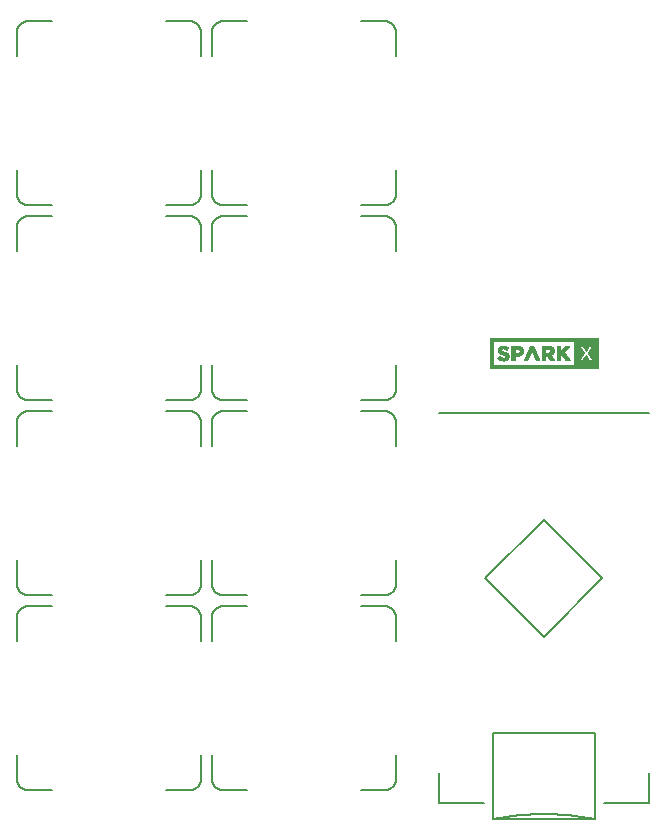
<source format=gto>
G75*
%MOIN*%
%OFA0B0*%
%FSLAX25Y25*%
%IPPOS*%
%LPD*%
%AMOC8*
5,1,8,0,0,1.08239X$1,22.5*
%
%ADD10C,0.00591*%
%ADD11C,0.00800*%
%ADD12C,0.00039*%
D10*
X0010478Y0010941D02*
X0018352Y0010941D01*
X0010478Y0010941D02*
X0010354Y0010943D01*
X0010231Y0010949D01*
X0010107Y0010958D01*
X0009985Y0010972D01*
X0009862Y0010989D01*
X0009740Y0011011D01*
X0009619Y0011036D01*
X0009499Y0011065D01*
X0009380Y0011097D01*
X0009261Y0011134D01*
X0009144Y0011174D01*
X0009029Y0011217D01*
X0008914Y0011265D01*
X0008802Y0011316D01*
X0008691Y0011370D01*
X0008581Y0011428D01*
X0008474Y0011489D01*
X0008368Y0011554D01*
X0008265Y0011622D01*
X0008164Y0011693D01*
X0008065Y0011767D01*
X0007968Y0011844D01*
X0007874Y0011925D01*
X0007783Y0012008D01*
X0007694Y0012094D01*
X0007608Y0012183D01*
X0007525Y0012274D01*
X0007444Y0012368D01*
X0007367Y0012465D01*
X0007293Y0012564D01*
X0007222Y0012665D01*
X0007154Y0012768D01*
X0007089Y0012874D01*
X0007028Y0012981D01*
X0006970Y0013091D01*
X0006916Y0013202D01*
X0006865Y0013314D01*
X0006817Y0013429D01*
X0006774Y0013544D01*
X0006734Y0013661D01*
X0006697Y0013780D01*
X0006665Y0013899D01*
X0006636Y0014019D01*
X0006611Y0014140D01*
X0006589Y0014262D01*
X0006572Y0014385D01*
X0006558Y0014507D01*
X0006549Y0014631D01*
X0006543Y0014754D01*
X0006541Y0014878D01*
X0006541Y0022752D01*
X0006541Y0060548D02*
X0006541Y0068422D01*
X0006543Y0068546D01*
X0006549Y0068669D01*
X0006558Y0068793D01*
X0006572Y0068915D01*
X0006589Y0069038D01*
X0006611Y0069160D01*
X0006636Y0069281D01*
X0006665Y0069401D01*
X0006697Y0069520D01*
X0006734Y0069639D01*
X0006774Y0069756D01*
X0006817Y0069871D01*
X0006865Y0069986D01*
X0006916Y0070098D01*
X0006970Y0070209D01*
X0007028Y0070319D01*
X0007089Y0070426D01*
X0007154Y0070532D01*
X0007222Y0070635D01*
X0007293Y0070736D01*
X0007367Y0070835D01*
X0007444Y0070932D01*
X0007525Y0071026D01*
X0007608Y0071117D01*
X0007694Y0071206D01*
X0007783Y0071292D01*
X0007874Y0071375D01*
X0007968Y0071456D01*
X0008065Y0071533D01*
X0008164Y0071607D01*
X0008265Y0071678D01*
X0008368Y0071746D01*
X0008474Y0071811D01*
X0008581Y0071872D01*
X0008691Y0071930D01*
X0008802Y0071984D01*
X0008914Y0072035D01*
X0009029Y0072083D01*
X0009144Y0072126D01*
X0009261Y0072166D01*
X0009380Y0072203D01*
X0009499Y0072235D01*
X0009619Y0072264D01*
X0009740Y0072289D01*
X0009862Y0072311D01*
X0009985Y0072328D01*
X0010107Y0072342D01*
X0010231Y0072351D01*
X0010354Y0072357D01*
X0010478Y0072359D01*
X0018352Y0072359D01*
X0018352Y0075941D02*
X0010478Y0075941D01*
X0010354Y0075943D01*
X0010231Y0075949D01*
X0010107Y0075958D01*
X0009985Y0075972D01*
X0009862Y0075989D01*
X0009740Y0076011D01*
X0009619Y0076036D01*
X0009499Y0076065D01*
X0009380Y0076097D01*
X0009261Y0076134D01*
X0009144Y0076174D01*
X0009029Y0076217D01*
X0008914Y0076265D01*
X0008802Y0076316D01*
X0008691Y0076370D01*
X0008581Y0076428D01*
X0008474Y0076489D01*
X0008368Y0076554D01*
X0008265Y0076622D01*
X0008164Y0076693D01*
X0008065Y0076767D01*
X0007968Y0076844D01*
X0007874Y0076925D01*
X0007783Y0077008D01*
X0007694Y0077094D01*
X0007608Y0077183D01*
X0007525Y0077274D01*
X0007444Y0077368D01*
X0007367Y0077465D01*
X0007293Y0077564D01*
X0007222Y0077665D01*
X0007154Y0077768D01*
X0007089Y0077874D01*
X0007028Y0077981D01*
X0006970Y0078091D01*
X0006916Y0078202D01*
X0006865Y0078314D01*
X0006817Y0078429D01*
X0006774Y0078544D01*
X0006734Y0078661D01*
X0006697Y0078780D01*
X0006665Y0078899D01*
X0006636Y0079019D01*
X0006611Y0079140D01*
X0006589Y0079262D01*
X0006572Y0079385D01*
X0006558Y0079507D01*
X0006549Y0079631D01*
X0006543Y0079754D01*
X0006541Y0079878D01*
X0006541Y0087752D01*
X0006541Y0125548D02*
X0006541Y0133422D01*
X0006543Y0133546D01*
X0006549Y0133669D01*
X0006558Y0133793D01*
X0006572Y0133915D01*
X0006589Y0134038D01*
X0006611Y0134160D01*
X0006636Y0134281D01*
X0006665Y0134401D01*
X0006697Y0134520D01*
X0006734Y0134639D01*
X0006774Y0134756D01*
X0006817Y0134871D01*
X0006865Y0134986D01*
X0006916Y0135098D01*
X0006970Y0135209D01*
X0007028Y0135319D01*
X0007089Y0135426D01*
X0007154Y0135532D01*
X0007222Y0135635D01*
X0007293Y0135736D01*
X0007367Y0135835D01*
X0007444Y0135932D01*
X0007525Y0136026D01*
X0007608Y0136117D01*
X0007694Y0136206D01*
X0007783Y0136292D01*
X0007874Y0136375D01*
X0007968Y0136456D01*
X0008065Y0136533D01*
X0008164Y0136607D01*
X0008265Y0136678D01*
X0008368Y0136746D01*
X0008474Y0136811D01*
X0008581Y0136872D01*
X0008691Y0136930D01*
X0008802Y0136984D01*
X0008914Y0137035D01*
X0009029Y0137083D01*
X0009144Y0137126D01*
X0009261Y0137166D01*
X0009380Y0137203D01*
X0009499Y0137235D01*
X0009619Y0137264D01*
X0009740Y0137289D01*
X0009862Y0137311D01*
X0009985Y0137328D01*
X0010107Y0137342D01*
X0010231Y0137351D01*
X0010354Y0137357D01*
X0010478Y0137359D01*
X0018352Y0137359D01*
X0018352Y0140941D02*
X0010478Y0140941D01*
X0010354Y0140943D01*
X0010231Y0140949D01*
X0010107Y0140958D01*
X0009985Y0140972D01*
X0009862Y0140989D01*
X0009740Y0141011D01*
X0009619Y0141036D01*
X0009499Y0141065D01*
X0009380Y0141097D01*
X0009261Y0141134D01*
X0009144Y0141174D01*
X0009029Y0141217D01*
X0008914Y0141265D01*
X0008802Y0141316D01*
X0008691Y0141370D01*
X0008581Y0141428D01*
X0008474Y0141489D01*
X0008368Y0141554D01*
X0008265Y0141622D01*
X0008164Y0141693D01*
X0008065Y0141767D01*
X0007968Y0141844D01*
X0007874Y0141925D01*
X0007783Y0142008D01*
X0007694Y0142094D01*
X0007608Y0142183D01*
X0007525Y0142274D01*
X0007444Y0142368D01*
X0007367Y0142465D01*
X0007293Y0142564D01*
X0007222Y0142665D01*
X0007154Y0142768D01*
X0007089Y0142874D01*
X0007028Y0142981D01*
X0006970Y0143091D01*
X0006916Y0143202D01*
X0006865Y0143314D01*
X0006817Y0143429D01*
X0006774Y0143544D01*
X0006734Y0143661D01*
X0006697Y0143780D01*
X0006665Y0143899D01*
X0006636Y0144019D01*
X0006611Y0144140D01*
X0006589Y0144262D01*
X0006572Y0144385D01*
X0006558Y0144507D01*
X0006549Y0144631D01*
X0006543Y0144754D01*
X0006541Y0144878D01*
X0006541Y0152752D01*
X0006541Y0190548D02*
X0006541Y0198422D01*
X0006543Y0198546D01*
X0006549Y0198669D01*
X0006558Y0198793D01*
X0006572Y0198915D01*
X0006589Y0199038D01*
X0006611Y0199160D01*
X0006636Y0199281D01*
X0006665Y0199401D01*
X0006697Y0199520D01*
X0006734Y0199639D01*
X0006774Y0199756D01*
X0006817Y0199871D01*
X0006865Y0199986D01*
X0006916Y0200098D01*
X0006970Y0200209D01*
X0007028Y0200319D01*
X0007089Y0200426D01*
X0007154Y0200532D01*
X0007222Y0200635D01*
X0007293Y0200736D01*
X0007367Y0200835D01*
X0007444Y0200932D01*
X0007525Y0201026D01*
X0007608Y0201117D01*
X0007694Y0201206D01*
X0007783Y0201292D01*
X0007874Y0201375D01*
X0007968Y0201456D01*
X0008065Y0201533D01*
X0008164Y0201607D01*
X0008265Y0201678D01*
X0008368Y0201746D01*
X0008474Y0201811D01*
X0008581Y0201872D01*
X0008691Y0201930D01*
X0008802Y0201984D01*
X0008914Y0202035D01*
X0009029Y0202083D01*
X0009144Y0202126D01*
X0009261Y0202166D01*
X0009380Y0202203D01*
X0009499Y0202235D01*
X0009619Y0202264D01*
X0009740Y0202289D01*
X0009862Y0202311D01*
X0009985Y0202328D01*
X0010107Y0202342D01*
X0010231Y0202351D01*
X0010354Y0202357D01*
X0010478Y0202359D01*
X0018352Y0202359D01*
X0018352Y0205941D02*
X0010478Y0205941D01*
X0010354Y0205943D01*
X0010231Y0205949D01*
X0010107Y0205958D01*
X0009985Y0205972D01*
X0009862Y0205989D01*
X0009740Y0206011D01*
X0009619Y0206036D01*
X0009499Y0206065D01*
X0009380Y0206097D01*
X0009261Y0206134D01*
X0009144Y0206174D01*
X0009029Y0206217D01*
X0008914Y0206265D01*
X0008802Y0206316D01*
X0008691Y0206370D01*
X0008581Y0206428D01*
X0008474Y0206489D01*
X0008368Y0206554D01*
X0008265Y0206622D01*
X0008164Y0206693D01*
X0008065Y0206767D01*
X0007968Y0206844D01*
X0007874Y0206925D01*
X0007783Y0207008D01*
X0007694Y0207094D01*
X0007608Y0207183D01*
X0007525Y0207274D01*
X0007444Y0207368D01*
X0007367Y0207465D01*
X0007293Y0207564D01*
X0007222Y0207665D01*
X0007154Y0207768D01*
X0007089Y0207874D01*
X0007028Y0207981D01*
X0006970Y0208091D01*
X0006916Y0208202D01*
X0006865Y0208314D01*
X0006817Y0208429D01*
X0006774Y0208544D01*
X0006734Y0208661D01*
X0006697Y0208780D01*
X0006665Y0208899D01*
X0006636Y0209019D01*
X0006611Y0209140D01*
X0006589Y0209262D01*
X0006572Y0209385D01*
X0006558Y0209507D01*
X0006549Y0209631D01*
X0006543Y0209754D01*
X0006541Y0209878D01*
X0006541Y0217752D01*
X0006541Y0255548D02*
X0006541Y0263422D01*
X0006543Y0263546D01*
X0006549Y0263669D01*
X0006558Y0263793D01*
X0006572Y0263915D01*
X0006589Y0264038D01*
X0006611Y0264160D01*
X0006636Y0264281D01*
X0006665Y0264401D01*
X0006697Y0264520D01*
X0006734Y0264639D01*
X0006774Y0264756D01*
X0006817Y0264871D01*
X0006865Y0264986D01*
X0006916Y0265098D01*
X0006970Y0265209D01*
X0007028Y0265319D01*
X0007089Y0265426D01*
X0007154Y0265532D01*
X0007222Y0265635D01*
X0007293Y0265736D01*
X0007367Y0265835D01*
X0007444Y0265932D01*
X0007525Y0266026D01*
X0007608Y0266117D01*
X0007694Y0266206D01*
X0007783Y0266292D01*
X0007874Y0266375D01*
X0007968Y0266456D01*
X0008065Y0266533D01*
X0008164Y0266607D01*
X0008265Y0266678D01*
X0008368Y0266746D01*
X0008474Y0266811D01*
X0008581Y0266872D01*
X0008691Y0266930D01*
X0008802Y0266984D01*
X0008914Y0267035D01*
X0009029Y0267083D01*
X0009144Y0267126D01*
X0009261Y0267166D01*
X0009380Y0267203D01*
X0009499Y0267235D01*
X0009619Y0267264D01*
X0009740Y0267289D01*
X0009862Y0267311D01*
X0009985Y0267328D01*
X0010107Y0267342D01*
X0010231Y0267351D01*
X0010354Y0267357D01*
X0010478Y0267359D01*
X0018352Y0267359D01*
X0056148Y0267359D02*
X0064022Y0267359D01*
X0064146Y0267357D01*
X0064269Y0267351D01*
X0064393Y0267342D01*
X0064515Y0267328D01*
X0064638Y0267311D01*
X0064760Y0267289D01*
X0064881Y0267264D01*
X0065001Y0267235D01*
X0065120Y0267203D01*
X0065239Y0267166D01*
X0065356Y0267126D01*
X0065471Y0267083D01*
X0065586Y0267035D01*
X0065698Y0266984D01*
X0065809Y0266930D01*
X0065919Y0266872D01*
X0066026Y0266811D01*
X0066132Y0266746D01*
X0066235Y0266678D01*
X0066336Y0266607D01*
X0066435Y0266533D01*
X0066532Y0266456D01*
X0066626Y0266375D01*
X0066717Y0266292D01*
X0066806Y0266206D01*
X0066892Y0266117D01*
X0066975Y0266026D01*
X0067056Y0265932D01*
X0067133Y0265835D01*
X0067207Y0265736D01*
X0067278Y0265635D01*
X0067346Y0265532D01*
X0067411Y0265426D01*
X0067472Y0265319D01*
X0067530Y0265209D01*
X0067584Y0265098D01*
X0067635Y0264986D01*
X0067683Y0264871D01*
X0067726Y0264756D01*
X0067766Y0264639D01*
X0067803Y0264520D01*
X0067835Y0264401D01*
X0067864Y0264281D01*
X0067889Y0264160D01*
X0067911Y0264038D01*
X0067928Y0263915D01*
X0067942Y0263793D01*
X0067951Y0263669D01*
X0067957Y0263546D01*
X0067959Y0263422D01*
X0067959Y0255548D01*
X0071541Y0255548D02*
X0071541Y0263422D01*
X0071543Y0263546D01*
X0071549Y0263669D01*
X0071558Y0263793D01*
X0071572Y0263915D01*
X0071589Y0264038D01*
X0071611Y0264160D01*
X0071636Y0264281D01*
X0071665Y0264401D01*
X0071697Y0264520D01*
X0071734Y0264639D01*
X0071774Y0264756D01*
X0071817Y0264871D01*
X0071865Y0264986D01*
X0071916Y0265098D01*
X0071970Y0265209D01*
X0072028Y0265319D01*
X0072089Y0265426D01*
X0072154Y0265532D01*
X0072222Y0265635D01*
X0072293Y0265736D01*
X0072367Y0265835D01*
X0072444Y0265932D01*
X0072525Y0266026D01*
X0072608Y0266117D01*
X0072694Y0266206D01*
X0072783Y0266292D01*
X0072874Y0266375D01*
X0072968Y0266456D01*
X0073065Y0266533D01*
X0073164Y0266607D01*
X0073265Y0266678D01*
X0073368Y0266746D01*
X0073474Y0266811D01*
X0073581Y0266872D01*
X0073691Y0266930D01*
X0073802Y0266984D01*
X0073914Y0267035D01*
X0074029Y0267083D01*
X0074144Y0267126D01*
X0074261Y0267166D01*
X0074380Y0267203D01*
X0074499Y0267235D01*
X0074619Y0267264D01*
X0074740Y0267289D01*
X0074862Y0267311D01*
X0074985Y0267328D01*
X0075107Y0267342D01*
X0075231Y0267351D01*
X0075354Y0267357D01*
X0075478Y0267359D01*
X0083352Y0267359D01*
X0121148Y0267359D02*
X0129022Y0267359D01*
X0129146Y0267357D01*
X0129269Y0267351D01*
X0129393Y0267342D01*
X0129515Y0267328D01*
X0129638Y0267311D01*
X0129760Y0267289D01*
X0129881Y0267264D01*
X0130001Y0267235D01*
X0130120Y0267203D01*
X0130239Y0267166D01*
X0130356Y0267126D01*
X0130471Y0267083D01*
X0130586Y0267035D01*
X0130698Y0266984D01*
X0130809Y0266930D01*
X0130919Y0266872D01*
X0131026Y0266811D01*
X0131132Y0266746D01*
X0131235Y0266678D01*
X0131336Y0266607D01*
X0131435Y0266533D01*
X0131532Y0266456D01*
X0131626Y0266375D01*
X0131717Y0266292D01*
X0131806Y0266206D01*
X0131892Y0266117D01*
X0131975Y0266026D01*
X0132056Y0265932D01*
X0132133Y0265835D01*
X0132207Y0265736D01*
X0132278Y0265635D01*
X0132346Y0265532D01*
X0132411Y0265426D01*
X0132472Y0265319D01*
X0132530Y0265209D01*
X0132584Y0265098D01*
X0132635Y0264986D01*
X0132683Y0264871D01*
X0132726Y0264756D01*
X0132766Y0264639D01*
X0132803Y0264520D01*
X0132835Y0264401D01*
X0132864Y0264281D01*
X0132889Y0264160D01*
X0132911Y0264038D01*
X0132928Y0263915D01*
X0132942Y0263793D01*
X0132951Y0263669D01*
X0132957Y0263546D01*
X0132959Y0263422D01*
X0132959Y0255548D01*
X0132959Y0217752D02*
X0132959Y0209878D01*
X0132957Y0209754D01*
X0132951Y0209631D01*
X0132942Y0209507D01*
X0132928Y0209385D01*
X0132911Y0209262D01*
X0132889Y0209140D01*
X0132864Y0209019D01*
X0132835Y0208899D01*
X0132803Y0208780D01*
X0132766Y0208661D01*
X0132726Y0208544D01*
X0132683Y0208429D01*
X0132635Y0208314D01*
X0132584Y0208202D01*
X0132530Y0208091D01*
X0132472Y0207981D01*
X0132411Y0207874D01*
X0132346Y0207768D01*
X0132278Y0207665D01*
X0132207Y0207564D01*
X0132133Y0207465D01*
X0132056Y0207368D01*
X0131975Y0207274D01*
X0131892Y0207183D01*
X0131806Y0207094D01*
X0131717Y0207008D01*
X0131626Y0206925D01*
X0131532Y0206844D01*
X0131435Y0206767D01*
X0131336Y0206693D01*
X0131235Y0206622D01*
X0131132Y0206554D01*
X0131026Y0206489D01*
X0130919Y0206428D01*
X0130809Y0206370D01*
X0130698Y0206316D01*
X0130586Y0206265D01*
X0130471Y0206217D01*
X0130356Y0206174D01*
X0130239Y0206134D01*
X0130120Y0206097D01*
X0130001Y0206065D01*
X0129881Y0206036D01*
X0129760Y0206011D01*
X0129638Y0205989D01*
X0129515Y0205972D01*
X0129393Y0205958D01*
X0129269Y0205949D01*
X0129146Y0205943D01*
X0129022Y0205941D01*
X0121148Y0205941D01*
X0121148Y0202359D02*
X0129022Y0202359D01*
X0129146Y0202357D01*
X0129269Y0202351D01*
X0129393Y0202342D01*
X0129515Y0202328D01*
X0129638Y0202311D01*
X0129760Y0202289D01*
X0129881Y0202264D01*
X0130001Y0202235D01*
X0130120Y0202203D01*
X0130239Y0202166D01*
X0130356Y0202126D01*
X0130471Y0202083D01*
X0130586Y0202035D01*
X0130698Y0201984D01*
X0130809Y0201930D01*
X0130919Y0201872D01*
X0131026Y0201811D01*
X0131132Y0201746D01*
X0131235Y0201678D01*
X0131336Y0201607D01*
X0131435Y0201533D01*
X0131532Y0201456D01*
X0131626Y0201375D01*
X0131717Y0201292D01*
X0131806Y0201206D01*
X0131892Y0201117D01*
X0131975Y0201026D01*
X0132056Y0200932D01*
X0132133Y0200835D01*
X0132207Y0200736D01*
X0132278Y0200635D01*
X0132346Y0200532D01*
X0132411Y0200426D01*
X0132472Y0200319D01*
X0132530Y0200209D01*
X0132584Y0200098D01*
X0132635Y0199986D01*
X0132683Y0199871D01*
X0132726Y0199756D01*
X0132766Y0199639D01*
X0132803Y0199520D01*
X0132835Y0199401D01*
X0132864Y0199281D01*
X0132889Y0199160D01*
X0132911Y0199038D01*
X0132928Y0198915D01*
X0132942Y0198793D01*
X0132951Y0198669D01*
X0132957Y0198546D01*
X0132959Y0198422D01*
X0132959Y0190548D01*
X0132959Y0152752D02*
X0132959Y0144878D01*
X0132957Y0144754D01*
X0132951Y0144631D01*
X0132942Y0144507D01*
X0132928Y0144385D01*
X0132911Y0144262D01*
X0132889Y0144140D01*
X0132864Y0144019D01*
X0132835Y0143899D01*
X0132803Y0143780D01*
X0132766Y0143661D01*
X0132726Y0143544D01*
X0132683Y0143429D01*
X0132635Y0143314D01*
X0132584Y0143202D01*
X0132530Y0143091D01*
X0132472Y0142981D01*
X0132411Y0142874D01*
X0132346Y0142768D01*
X0132278Y0142665D01*
X0132207Y0142564D01*
X0132133Y0142465D01*
X0132056Y0142368D01*
X0131975Y0142274D01*
X0131892Y0142183D01*
X0131806Y0142094D01*
X0131717Y0142008D01*
X0131626Y0141925D01*
X0131532Y0141844D01*
X0131435Y0141767D01*
X0131336Y0141693D01*
X0131235Y0141622D01*
X0131132Y0141554D01*
X0131026Y0141489D01*
X0130919Y0141428D01*
X0130809Y0141370D01*
X0130698Y0141316D01*
X0130586Y0141265D01*
X0130471Y0141217D01*
X0130356Y0141174D01*
X0130239Y0141134D01*
X0130120Y0141097D01*
X0130001Y0141065D01*
X0129881Y0141036D01*
X0129760Y0141011D01*
X0129638Y0140989D01*
X0129515Y0140972D01*
X0129393Y0140958D01*
X0129269Y0140949D01*
X0129146Y0140943D01*
X0129022Y0140941D01*
X0121148Y0140941D01*
X0121148Y0137359D02*
X0129022Y0137359D01*
X0129146Y0137357D01*
X0129269Y0137351D01*
X0129393Y0137342D01*
X0129515Y0137328D01*
X0129638Y0137311D01*
X0129760Y0137289D01*
X0129881Y0137264D01*
X0130001Y0137235D01*
X0130120Y0137203D01*
X0130239Y0137166D01*
X0130356Y0137126D01*
X0130471Y0137083D01*
X0130586Y0137035D01*
X0130698Y0136984D01*
X0130809Y0136930D01*
X0130919Y0136872D01*
X0131026Y0136811D01*
X0131132Y0136746D01*
X0131235Y0136678D01*
X0131336Y0136607D01*
X0131435Y0136533D01*
X0131532Y0136456D01*
X0131626Y0136375D01*
X0131717Y0136292D01*
X0131806Y0136206D01*
X0131892Y0136117D01*
X0131975Y0136026D01*
X0132056Y0135932D01*
X0132133Y0135835D01*
X0132207Y0135736D01*
X0132278Y0135635D01*
X0132346Y0135532D01*
X0132411Y0135426D01*
X0132472Y0135319D01*
X0132530Y0135209D01*
X0132584Y0135098D01*
X0132635Y0134986D01*
X0132683Y0134871D01*
X0132726Y0134756D01*
X0132766Y0134639D01*
X0132803Y0134520D01*
X0132835Y0134401D01*
X0132864Y0134281D01*
X0132889Y0134160D01*
X0132911Y0134038D01*
X0132928Y0133915D01*
X0132942Y0133793D01*
X0132951Y0133669D01*
X0132957Y0133546D01*
X0132959Y0133422D01*
X0132959Y0125548D01*
X0132959Y0087752D02*
X0132959Y0079878D01*
X0132957Y0079754D01*
X0132951Y0079631D01*
X0132942Y0079507D01*
X0132928Y0079385D01*
X0132911Y0079262D01*
X0132889Y0079140D01*
X0132864Y0079019D01*
X0132835Y0078899D01*
X0132803Y0078780D01*
X0132766Y0078661D01*
X0132726Y0078544D01*
X0132683Y0078429D01*
X0132635Y0078314D01*
X0132584Y0078202D01*
X0132530Y0078091D01*
X0132472Y0077981D01*
X0132411Y0077874D01*
X0132346Y0077768D01*
X0132278Y0077665D01*
X0132207Y0077564D01*
X0132133Y0077465D01*
X0132056Y0077368D01*
X0131975Y0077274D01*
X0131892Y0077183D01*
X0131806Y0077094D01*
X0131717Y0077008D01*
X0131626Y0076925D01*
X0131532Y0076844D01*
X0131435Y0076767D01*
X0131336Y0076693D01*
X0131235Y0076622D01*
X0131132Y0076554D01*
X0131026Y0076489D01*
X0130919Y0076428D01*
X0130809Y0076370D01*
X0130698Y0076316D01*
X0130586Y0076265D01*
X0130471Y0076217D01*
X0130356Y0076174D01*
X0130239Y0076134D01*
X0130120Y0076097D01*
X0130001Y0076065D01*
X0129881Y0076036D01*
X0129760Y0076011D01*
X0129638Y0075989D01*
X0129515Y0075972D01*
X0129393Y0075958D01*
X0129269Y0075949D01*
X0129146Y0075943D01*
X0129022Y0075941D01*
X0121148Y0075941D01*
X0121148Y0072359D02*
X0129022Y0072359D01*
X0129146Y0072357D01*
X0129269Y0072351D01*
X0129393Y0072342D01*
X0129515Y0072328D01*
X0129638Y0072311D01*
X0129760Y0072289D01*
X0129881Y0072264D01*
X0130001Y0072235D01*
X0130120Y0072203D01*
X0130239Y0072166D01*
X0130356Y0072126D01*
X0130471Y0072083D01*
X0130586Y0072035D01*
X0130698Y0071984D01*
X0130809Y0071930D01*
X0130919Y0071872D01*
X0131026Y0071811D01*
X0131132Y0071746D01*
X0131235Y0071678D01*
X0131336Y0071607D01*
X0131435Y0071533D01*
X0131532Y0071456D01*
X0131626Y0071375D01*
X0131717Y0071292D01*
X0131806Y0071206D01*
X0131892Y0071117D01*
X0131975Y0071026D01*
X0132056Y0070932D01*
X0132133Y0070835D01*
X0132207Y0070736D01*
X0132278Y0070635D01*
X0132346Y0070532D01*
X0132411Y0070426D01*
X0132472Y0070319D01*
X0132530Y0070209D01*
X0132584Y0070098D01*
X0132635Y0069986D01*
X0132683Y0069871D01*
X0132726Y0069756D01*
X0132766Y0069639D01*
X0132803Y0069520D01*
X0132835Y0069401D01*
X0132864Y0069281D01*
X0132889Y0069160D01*
X0132911Y0069038D01*
X0132928Y0068915D01*
X0132942Y0068793D01*
X0132951Y0068669D01*
X0132957Y0068546D01*
X0132959Y0068422D01*
X0132959Y0060548D01*
X0132959Y0022752D02*
X0132959Y0014878D01*
X0132957Y0014754D01*
X0132951Y0014631D01*
X0132942Y0014507D01*
X0132928Y0014385D01*
X0132911Y0014262D01*
X0132889Y0014140D01*
X0132864Y0014019D01*
X0132835Y0013899D01*
X0132803Y0013780D01*
X0132766Y0013661D01*
X0132726Y0013544D01*
X0132683Y0013429D01*
X0132635Y0013314D01*
X0132584Y0013202D01*
X0132530Y0013091D01*
X0132472Y0012981D01*
X0132411Y0012874D01*
X0132346Y0012768D01*
X0132278Y0012665D01*
X0132207Y0012564D01*
X0132133Y0012465D01*
X0132056Y0012368D01*
X0131975Y0012274D01*
X0131892Y0012183D01*
X0131806Y0012094D01*
X0131717Y0012008D01*
X0131626Y0011925D01*
X0131532Y0011844D01*
X0131435Y0011767D01*
X0131336Y0011693D01*
X0131235Y0011622D01*
X0131132Y0011554D01*
X0131026Y0011489D01*
X0130919Y0011428D01*
X0130809Y0011370D01*
X0130698Y0011316D01*
X0130586Y0011265D01*
X0130471Y0011217D01*
X0130356Y0011174D01*
X0130239Y0011134D01*
X0130120Y0011097D01*
X0130001Y0011065D01*
X0129881Y0011036D01*
X0129760Y0011011D01*
X0129638Y0010989D01*
X0129515Y0010972D01*
X0129393Y0010958D01*
X0129269Y0010949D01*
X0129146Y0010943D01*
X0129022Y0010941D01*
X0121148Y0010941D01*
X0083352Y0010941D02*
X0075478Y0010941D01*
X0075354Y0010943D01*
X0075231Y0010949D01*
X0075107Y0010958D01*
X0074985Y0010972D01*
X0074862Y0010989D01*
X0074740Y0011011D01*
X0074619Y0011036D01*
X0074499Y0011065D01*
X0074380Y0011097D01*
X0074261Y0011134D01*
X0074144Y0011174D01*
X0074029Y0011217D01*
X0073914Y0011265D01*
X0073802Y0011316D01*
X0073691Y0011370D01*
X0073581Y0011428D01*
X0073474Y0011489D01*
X0073368Y0011554D01*
X0073265Y0011622D01*
X0073164Y0011693D01*
X0073065Y0011767D01*
X0072968Y0011844D01*
X0072874Y0011925D01*
X0072783Y0012008D01*
X0072694Y0012094D01*
X0072608Y0012183D01*
X0072525Y0012274D01*
X0072444Y0012368D01*
X0072367Y0012465D01*
X0072293Y0012564D01*
X0072222Y0012665D01*
X0072154Y0012768D01*
X0072089Y0012874D01*
X0072028Y0012981D01*
X0071970Y0013091D01*
X0071916Y0013202D01*
X0071865Y0013314D01*
X0071817Y0013429D01*
X0071774Y0013544D01*
X0071734Y0013661D01*
X0071697Y0013780D01*
X0071665Y0013899D01*
X0071636Y0014019D01*
X0071611Y0014140D01*
X0071589Y0014262D01*
X0071572Y0014385D01*
X0071558Y0014507D01*
X0071549Y0014631D01*
X0071543Y0014754D01*
X0071541Y0014878D01*
X0071541Y0022752D01*
X0067959Y0022752D02*
X0067959Y0014878D01*
X0067957Y0014754D01*
X0067951Y0014631D01*
X0067942Y0014507D01*
X0067928Y0014385D01*
X0067911Y0014262D01*
X0067889Y0014140D01*
X0067864Y0014019D01*
X0067835Y0013899D01*
X0067803Y0013780D01*
X0067766Y0013661D01*
X0067726Y0013544D01*
X0067683Y0013429D01*
X0067635Y0013314D01*
X0067584Y0013202D01*
X0067530Y0013091D01*
X0067472Y0012981D01*
X0067411Y0012874D01*
X0067346Y0012768D01*
X0067278Y0012665D01*
X0067207Y0012564D01*
X0067133Y0012465D01*
X0067056Y0012368D01*
X0066975Y0012274D01*
X0066892Y0012183D01*
X0066806Y0012094D01*
X0066717Y0012008D01*
X0066626Y0011925D01*
X0066532Y0011844D01*
X0066435Y0011767D01*
X0066336Y0011693D01*
X0066235Y0011622D01*
X0066132Y0011554D01*
X0066026Y0011489D01*
X0065919Y0011428D01*
X0065809Y0011370D01*
X0065698Y0011316D01*
X0065586Y0011265D01*
X0065471Y0011217D01*
X0065356Y0011174D01*
X0065239Y0011134D01*
X0065120Y0011097D01*
X0065001Y0011065D01*
X0064881Y0011036D01*
X0064760Y0011011D01*
X0064638Y0010989D01*
X0064515Y0010972D01*
X0064393Y0010958D01*
X0064269Y0010949D01*
X0064146Y0010943D01*
X0064022Y0010941D01*
X0056148Y0010941D01*
X0067959Y0060548D02*
X0067959Y0068422D01*
X0067957Y0068546D01*
X0067951Y0068669D01*
X0067942Y0068793D01*
X0067928Y0068915D01*
X0067911Y0069038D01*
X0067889Y0069160D01*
X0067864Y0069281D01*
X0067835Y0069401D01*
X0067803Y0069520D01*
X0067766Y0069639D01*
X0067726Y0069756D01*
X0067683Y0069871D01*
X0067635Y0069986D01*
X0067584Y0070098D01*
X0067530Y0070209D01*
X0067472Y0070319D01*
X0067411Y0070426D01*
X0067346Y0070532D01*
X0067278Y0070635D01*
X0067207Y0070736D01*
X0067133Y0070835D01*
X0067056Y0070932D01*
X0066975Y0071026D01*
X0066892Y0071117D01*
X0066806Y0071206D01*
X0066717Y0071292D01*
X0066626Y0071375D01*
X0066532Y0071456D01*
X0066435Y0071533D01*
X0066336Y0071607D01*
X0066235Y0071678D01*
X0066132Y0071746D01*
X0066026Y0071811D01*
X0065919Y0071872D01*
X0065809Y0071930D01*
X0065698Y0071984D01*
X0065586Y0072035D01*
X0065471Y0072083D01*
X0065356Y0072126D01*
X0065239Y0072166D01*
X0065120Y0072203D01*
X0065001Y0072235D01*
X0064881Y0072264D01*
X0064760Y0072289D01*
X0064638Y0072311D01*
X0064515Y0072328D01*
X0064393Y0072342D01*
X0064269Y0072351D01*
X0064146Y0072357D01*
X0064022Y0072359D01*
X0056148Y0072359D01*
X0056148Y0075941D02*
X0064022Y0075941D01*
X0064146Y0075943D01*
X0064269Y0075949D01*
X0064393Y0075958D01*
X0064515Y0075972D01*
X0064638Y0075989D01*
X0064760Y0076011D01*
X0064881Y0076036D01*
X0065001Y0076065D01*
X0065120Y0076097D01*
X0065239Y0076134D01*
X0065356Y0076174D01*
X0065471Y0076217D01*
X0065586Y0076265D01*
X0065698Y0076316D01*
X0065809Y0076370D01*
X0065919Y0076428D01*
X0066026Y0076489D01*
X0066132Y0076554D01*
X0066235Y0076622D01*
X0066336Y0076693D01*
X0066435Y0076767D01*
X0066532Y0076844D01*
X0066626Y0076925D01*
X0066717Y0077008D01*
X0066806Y0077094D01*
X0066892Y0077183D01*
X0066975Y0077274D01*
X0067056Y0077368D01*
X0067133Y0077465D01*
X0067207Y0077564D01*
X0067278Y0077665D01*
X0067346Y0077768D01*
X0067411Y0077874D01*
X0067472Y0077981D01*
X0067530Y0078091D01*
X0067584Y0078202D01*
X0067635Y0078314D01*
X0067683Y0078429D01*
X0067726Y0078544D01*
X0067766Y0078661D01*
X0067803Y0078780D01*
X0067835Y0078899D01*
X0067864Y0079019D01*
X0067889Y0079140D01*
X0067911Y0079262D01*
X0067928Y0079385D01*
X0067942Y0079507D01*
X0067951Y0079631D01*
X0067957Y0079754D01*
X0067959Y0079878D01*
X0067959Y0087752D01*
X0071541Y0087752D02*
X0071541Y0079878D01*
X0071543Y0079754D01*
X0071549Y0079631D01*
X0071558Y0079507D01*
X0071572Y0079385D01*
X0071589Y0079262D01*
X0071611Y0079140D01*
X0071636Y0079019D01*
X0071665Y0078899D01*
X0071697Y0078780D01*
X0071734Y0078661D01*
X0071774Y0078544D01*
X0071817Y0078429D01*
X0071865Y0078314D01*
X0071916Y0078202D01*
X0071970Y0078091D01*
X0072028Y0077981D01*
X0072089Y0077874D01*
X0072154Y0077768D01*
X0072222Y0077665D01*
X0072293Y0077564D01*
X0072367Y0077465D01*
X0072444Y0077368D01*
X0072525Y0077274D01*
X0072608Y0077183D01*
X0072694Y0077094D01*
X0072783Y0077008D01*
X0072874Y0076925D01*
X0072968Y0076844D01*
X0073065Y0076767D01*
X0073164Y0076693D01*
X0073265Y0076622D01*
X0073368Y0076554D01*
X0073474Y0076489D01*
X0073581Y0076428D01*
X0073691Y0076370D01*
X0073802Y0076316D01*
X0073914Y0076265D01*
X0074029Y0076217D01*
X0074144Y0076174D01*
X0074261Y0076134D01*
X0074380Y0076097D01*
X0074499Y0076065D01*
X0074619Y0076036D01*
X0074740Y0076011D01*
X0074862Y0075989D01*
X0074985Y0075972D01*
X0075107Y0075958D01*
X0075231Y0075949D01*
X0075354Y0075943D01*
X0075478Y0075941D01*
X0083352Y0075941D01*
X0083352Y0072359D02*
X0075478Y0072359D01*
X0075354Y0072357D01*
X0075231Y0072351D01*
X0075107Y0072342D01*
X0074985Y0072328D01*
X0074862Y0072311D01*
X0074740Y0072289D01*
X0074619Y0072264D01*
X0074499Y0072235D01*
X0074380Y0072203D01*
X0074261Y0072166D01*
X0074144Y0072126D01*
X0074029Y0072083D01*
X0073914Y0072035D01*
X0073802Y0071984D01*
X0073691Y0071930D01*
X0073581Y0071872D01*
X0073474Y0071811D01*
X0073368Y0071746D01*
X0073265Y0071678D01*
X0073164Y0071607D01*
X0073065Y0071533D01*
X0072968Y0071456D01*
X0072874Y0071375D01*
X0072783Y0071292D01*
X0072694Y0071206D01*
X0072608Y0071117D01*
X0072525Y0071026D01*
X0072444Y0070932D01*
X0072367Y0070835D01*
X0072293Y0070736D01*
X0072222Y0070635D01*
X0072154Y0070532D01*
X0072089Y0070426D01*
X0072028Y0070319D01*
X0071970Y0070209D01*
X0071916Y0070098D01*
X0071865Y0069986D01*
X0071817Y0069871D01*
X0071774Y0069756D01*
X0071734Y0069639D01*
X0071697Y0069520D01*
X0071665Y0069401D01*
X0071636Y0069281D01*
X0071611Y0069160D01*
X0071589Y0069038D01*
X0071572Y0068915D01*
X0071558Y0068793D01*
X0071549Y0068669D01*
X0071543Y0068546D01*
X0071541Y0068422D01*
X0071541Y0060548D01*
X0071541Y0125548D02*
X0071541Y0133422D01*
X0071543Y0133546D01*
X0071549Y0133669D01*
X0071558Y0133793D01*
X0071572Y0133915D01*
X0071589Y0134038D01*
X0071611Y0134160D01*
X0071636Y0134281D01*
X0071665Y0134401D01*
X0071697Y0134520D01*
X0071734Y0134639D01*
X0071774Y0134756D01*
X0071817Y0134871D01*
X0071865Y0134986D01*
X0071916Y0135098D01*
X0071970Y0135209D01*
X0072028Y0135319D01*
X0072089Y0135426D01*
X0072154Y0135532D01*
X0072222Y0135635D01*
X0072293Y0135736D01*
X0072367Y0135835D01*
X0072444Y0135932D01*
X0072525Y0136026D01*
X0072608Y0136117D01*
X0072694Y0136206D01*
X0072783Y0136292D01*
X0072874Y0136375D01*
X0072968Y0136456D01*
X0073065Y0136533D01*
X0073164Y0136607D01*
X0073265Y0136678D01*
X0073368Y0136746D01*
X0073474Y0136811D01*
X0073581Y0136872D01*
X0073691Y0136930D01*
X0073802Y0136984D01*
X0073914Y0137035D01*
X0074029Y0137083D01*
X0074144Y0137126D01*
X0074261Y0137166D01*
X0074380Y0137203D01*
X0074499Y0137235D01*
X0074619Y0137264D01*
X0074740Y0137289D01*
X0074862Y0137311D01*
X0074985Y0137328D01*
X0075107Y0137342D01*
X0075231Y0137351D01*
X0075354Y0137357D01*
X0075478Y0137359D01*
X0083352Y0137359D01*
X0083352Y0140941D02*
X0075478Y0140941D01*
X0075354Y0140943D01*
X0075231Y0140949D01*
X0075107Y0140958D01*
X0074985Y0140972D01*
X0074862Y0140989D01*
X0074740Y0141011D01*
X0074619Y0141036D01*
X0074499Y0141065D01*
X0074380Y0141097D01*
X0074261Y0141134D01*
X0074144Y0141174D01*
X0074029Y0141217D01*
X0073914Y0141265D01*
X0073802Y0141316D01*
X0073691Y0141370D01*
X0073581Y0141428D01*
X0073474Y0141489D01*
X0073368Y0141554D01*
X0073265Y0141622D01*
X0073164Y0141693D01*
X0073065Y0141767D01*
X0072968Y0141844D01*
X0072874Y0141925D01*
X0072783Y0142008D01*
X0072694Y0142094D01*
X0072608Y0142183D01*
X0072525Y0142274D01*
X0072444Y0142368D01*
X0072367Y0142465D01*
X0072293Y0142564D01*
X0072222Y0142665D01*
X0072154Y0142768D01*
X0072089Y0142874D01*
X0072028Y0142981D01*
X0071970Y0143091D01*
X0071916Y0143202D01*
X0071865Y0143314D01*
X0071817Y0143429D01*
X0071774Y0143544D01*
X0071734Y0143661D01*
X0071697Y0143780D01*
X0071665Y0143899D01*
X0071636Y0144019D01*
X0071611Y0144140D01*
X0071589Y0144262D01*
X0071572Y0144385D01*
X0071558Y0144507D01*
X0071549Y0144631D01*
X0071543Y0144754D01*
X0071541Y0144878D01*
X0071541Y0152752D01*
X0067959Y0152752D02*
X0067959Y0144878D01*
X0067957Y0144754D01*
X0067951Y0144631D01*
X0067942Y0144507D01*
X0067928Y0144385D01*
X0067911Y0144262D01*
X0067889Y0144140D01*
X0067864Y0144019D01*
X0067835Y0143899D01*
X0067803Y0143780D01*
X0067766Y0143661D01*
X0067726Y0143544D01*
X0067683Y0143429D01*
X0067635Y0143314D01*
X0067584Y0143202D01*
X0067530Y0143091D01*
X0067472Y0142981D01*
X0067411Y0142874D01*
X0067346Y0142768D01*
X0067278Y0142665D01*
X0067207Y0142564D01*
X0067133Y0142465D01*
X0067056Y0142368D01*
X0066975Y0142274D01*
X0066892Y0142183D01*
X0066806Y0142094D01*
X0066717Y0142008D01*
X0066626Y0141925D01*
X0066532Y0141844D01*
X0066435Y0141767D01*
X0066336Y0141693D01*
X0066235Y0141622D01*
X0066132Y0141554D01*
X0066026Y0141489D01*
X0065919Y0141428D01*
X0065809Y0141370D01*
X0065698Y0141316D01*
X0065586Y0141265D01*
X0065471Y0141217D01*
X0065356Y0141174D01*
X0065239Y0141134D01*
X0065120Y0141097D01*
X0065001Y0141065D01*
X0064881Y0141036D01*
X0064760Y0141011D01*
X0064638Y0140989D01*
X0064515Y0140972D01*
X0064393Y0140958D01*
X0064269Y0140949D01*
X0064146Y0140943D01*
X0064022Y0140941D01*
X0056148Y0140941D01*
X0056148Y0137359D02*
X0064022Y0137359D01*
X0064146Y0137357D01*
X0064269Y0137351D01*
X0064393Y0137342D01*
X0064515Y0137328D01*
X0064638Y0137311D01*
X0064760Y0137289D01*
X0064881Y0137264D01*
X0065001Y0137235D01*
X0065120Y0137203D01*
X0065239Y0137166D01*
X0065356Y0137126D01*
X0065471Y0137083D01*
X0065586Y0137035D01*
X0065698Y0136984D01*
X0065809Y0136930D01*
X0065919Y0136872D01*
X0066026Y0136811D01*
X0066132Y0136746D01*
X0066235Y0136678D01*
X0066336Y0136607D01*
X0066435Y0136533D01*
X0066532Y0136456D01*
X0066626Y0136375D01*
X0066717Y0136292D01*
X0066806Y0136206D01*
X0066892Y0136117D01*
X0066975Y0136026D01*
X0067056Y0135932D01*
X0067133Y0135835D01*
X0067207Y0135736D01*
X0067278Y0135635D01*
X0067346Y0135532D01*
X0067411Y0135426D01*
X0067472Y0135319D01*
X0067530Y0135209D01*
X0067584Y0135098D01*
X0067635Y0134986D01*
X0067683Y0134871D01*
X0067726Y0134756D01*
X0067766Y0134639D01*
X0067803Y0134520D01*
X0067835Y0134401D01*
X0067864Y0134281D01*
X0067889Y0134160D01*
X0067911Y0134038D01*
X0067928Y0133915D01*
X0067942Y0133793D01*
X0067951Y0133669D01*
X0067957Y0133546D01*
X0067959Y0133422D01*
X0067959Y0125548D01*
X0067959Y0190548D02*
X0067959Y0198422D01*
X0067957Y0198546D01*
X0067951Y0198669D01*
X0067942Y0198793D01*
X0067928Y0198915D01*
X0067911Y0199038D01*
X0067889Y0199160D01*
X0067864Y0199281D01*
X0067835Y0199401D01*
X0067803Y0199520D01*
X0067766Y0199639D01*
X0067726Y0199756D01*
X0067683Y0199871D01*
X0067635Y0199986D01*
X0067584Y0200098D01*
X0067530Y0200209D01*
X0067472Y0200319D01*
X0067411Y0200426D01*
X0067346Y0200532D01*
X0067278Y0200635D01*
X0067207Y0200736D01*
X0067133Y0200835D01*
X0067056Y0200932D01*
X0066975Y0201026D01*
X0066892Y0201117D01*
X0066806Y0201206D01*
X0066717Y0201292D01*
X0066626Y0201375D01*
X0066532Y0201456D01*
X0066435Y0201533D01*
X0066336Y0201607D01*
X0066235Y0201678D01*
X0066132Y0201746D01*
X0066026Y0201811D01*
X0065919Y0201872D01*
X0065809Y0201930D01*
X0065698Y0201984D01*
X0065586Y0202035D01*
X0065471Y0202083D01*
X0065356Y0202126D01*
X0065239Y0202166D01*
X0065120Y0202203D01*
X0065001Y0202235D01*
X0064881Y0202264D01*
X0064760Y0202289D01*
X0064638Y0202311D01*
X0064515Y0202328D01*
X0064393Y0202342D01*
X0064269Y0202351D01*
X0064146Y0202357D01*
X0064022Y0202359D01*
X0056148Y0202359D01*
X0056148Y0205941D02*
X0064022Y0205941D01*
X0064146Y0205943D01*
X0064269Y0205949D01*
X0064393Y0205958D01*
X0064515Y0205972D01*
X0064638Y0205989D01*
X0064760Y0206011D01*
X0064881Y0206036D01*
X0065001Y0206065D01*
X0065120Y0206097D01*
X0065239Y0206134D01*
X0065356Y0206174D01*
X0065471Y0206217D01*
X0065586Y0206265D01*
X0065698Y0206316D01*
X0065809Y0206370D01*
X0065919Y0206428D01*
X0066026Y0206489D01*
X0066132Y0206554D01*
X0066235Y0206622D01*
X0066336Y0206693D01*
X0066435Y0206767D01*
X0066532Y0206844D01*
X0066626Y0206925D01*
X0066717Y0207008D01*
X0066806Y0207094D01*
X0066892Y0207183D01*
X0066975Y0207274D01*
X0067056Y0207368D01*
X0067133Y0207465D01*
X0067207Y0207564D01*
X0067278Y0207665D01*
X0067346Y0207768D01*
X0067411Y0207874D01*
X0067472Y0207981D01*
X0067530Y0208091D01*
X0067584Y0208202D01*
X0067635Y0208314D01*
X0067683Y0208429D01*
X0067726Y0208544D01*
X0067766Y0208661D01*
X0067803Y0208780D01*
X0067835Y0208899D01*
X0067864Y0209019D01*
X0067889Y0209140D01*
X0067911Y0209262D01*
X0067928Y0209385D01*
X0067942Y0209507D01*
X0067951Y0209631D01*
X0067957Y0209754D01*
X0067959Y0209878D01*
X0067959Y0217752D01*
X0071541Y0217752D02*
X0071541Y0209878D01*
X0071543Y0209754D01*
X0071549Y0209631D01*
X0071558Y0209507D01*
X0071572Y0209385D01*
X0071589Y0209262D01*
X0071611Y0209140D01*
X0071636Y0209019D01*
X0071665Y0208899D01*
X0071697Y0208780D01*
X0071734Y0208661D01*
X0071774Y0208544D01*
X0071817Y0208429D01*
X0071865Y0208314D01*
X0071916Y0208202D01*
X0071970Y0208091D01*
X0072028Y0207981D01*
X0072089Y0207874D01*
X0072154Y0207768D01*
X0072222Y0207665D01*
X0072293Y0207564D01*
X0072367Y0207465D01*
X0072444Y0207368D01*
X0072525Y0207274D01*
X0072608Y0207183D01*
X0072694Y0207094D01*
X0072783Y0207008D01*
X0072874Y0206925D01*
X0072968Y0206844D01*
X0073065Y0206767D01*
X0073164Y0206693D01*
X0073265Y0206622D01*
X0073368Y0206554D01*
X0073474Y0206489D01*
X0073581Y0206428D01*
X0073691Y0206370D01*
X0073802Y0206316D01*
X0073914Y0206265D01*
X0074029Y0206217D01*
X0074144Y0206174D01*
X0074261Y0206134D01*
X0074380Y0206097D01*
X0074499Y0206065D01*
X0074619Y0206036D01*
X0074740Y0206011D01*
X0074862Y0205989D01*
X0074985Y0205972D01*
X0075107Y0205958D01*
X0075231Y0205949D01*
X0075354Y0205943D01*
X0075478Y0205941D01*
X0083352Y0205941D01*
X0083352Y0202359D02*
X0075478Y0202359D01*
X0075354Y0202357D01*
X0075231Y0202351D01*
X0075107Y0202342D01*
X0074985Y0202328D01*
X0074862Y0202311D01*
X0074740Y0202289D01*
X0074619Y0202264D01*
X0074499Y0202235D01*
X0074380Y0202203D01*
X0074261Y0202166D01*
X0074144Y0202126D01*
X0074029Y0202083D01*
X0073914Y0202035D01*
X0073802Y0201984D01*
X0073691Y0201930D01*
X0073581Y0201872D01*
X0073474Y0201811D01*
X0073368Y0201746D01*
X0073265Y0201678D01*
X0073164Y0201607D01*
X0073065Y0201533D01*
X0072968Y0201456D01*
X0072874Y0201375D01*
X0072783Y0201292D01*
X0072694Y0201206D01*
X0072608Y0201117D01*
X0072525Y0201026D01*
X0072444Y0200932D01*
X0072367Y0200835D01*
X0072293Y0200736D01*
X0072222Y0200635D01*
X0072154Y0200532D01*
X0072089Y0200426D01*
X0072028Y0200319D01*
X0071970Y0200209D01*
X0071916Y0200098D01*
X0071865Y0199986D01*
X0071817Y0199871D01*
X0071774Y0199756D01*
X0071734Y0199639D01*
X0071697Y0199520D01*
X0071665Y0199401D01*
X0071636Y0199281D01*
X0071611Y0199160D01*
X0071589Y0199038D01*
X0071572Y0198915D01*
X0071558Y0198793D01*
X0071549Y0198669D01*
X0071543Y0198546D01*
X0071541Y0198422D01*
X0071541Y0190548D01*
D11*
X0147250Y0136650D02*
X0217250Y0136650D01*
X0182250Y0101150D02*
X0162750Y0081650D01*
X0182250Y0062150D01*
X0201750Y0081650D01*
X0182250Y0101150D01*
X0165250Y0030150D02*
X0199250Y0030150D01*
X0199250Y0001400D01*
X0165250Y0001400D01*
X0165250Y0030150D01*
X0147250Y0016650D02*
X0147250Y0006650D01*
X0162250Y0006650D01*
X0165250Y0001401D02*
X0167497Y0001776D01*
X0169753Y0002097D01*
X0172016Y0002365D01*
X0174284Y0002580D01*
X0176557Y0002741D01*
X0178833Y0002849D01*
X0181111Y0002902D01*
X0183389Y0002902D01*
X0185667Y0002849D01*
X0187943Y0002741D01*
X0190216Y0002580D01*
X0192484Y0002365D01*
X0194747Y0002097D01*
X0197003Y0001776D01*
X0199250Y0001401D01*
X0202250Y0006650D02*
X0217250Y0006650D01*
X0217250Y0016650D01*
D12*
X0200250Y0151668D02*
X0191884Y0151668D01*
X0191884Y0152593D01*
X0192208Y0152593D01*
X0192208Y0156165D01*
X0195242Y0156165D01*
X0193918Y0154234D01*
X0195124Y0154234D01*
X0196214Y0155890D01*
X0197298Y0154234D01*
X0198547Y0154234D01*
X0197230Y0156165D01*
X0200250Y0156165D01*
X0200250Y0151668D01*
X0200250Y0151698D02*
X0191884Y0151698D01*
X0164250Y0151698D01*
X0164250Y0151668D02*
X0191884Y0151668D01*
X0191884Y0152593D01*
X0165175Y0152593D01*
X0165175Y0160707D01*
X0192208Y0160707D01*
X0192208Y0156165D01*
X0195242Y0156165D01*
X0195602Y0156690D01*
X0193990Y0159062D01*
X0195232Y0159062D01*
X0196247Y0157496D01*
X0197269Y0159062D01*
X0198475Y0159062D01*
X0196862Y0156704D01*
X0197230Y0156165D01*
X0200250Y0156165D01*
X0200250Y0161632D01*
X0192208Y0161632D01*
X0164250Y0161632D01*
X0164250Y0151668D01*
X0164250Y0151736D02*
X0191884Y0151736D01*
X0200250Y0151736D01*
X0200250Y0151774D02*
X0191884Y0151774D01*
X0164250Y0151774D01*
X0164250Y0151812D02*
X0191884Y0151812D01*
X0200250Y0151812D01*
X0200250Y0151849D02*
X0191884Y0151849D01*
X0164250Y0151849D01*
X0164250Y0151887D02*
X0191884Y0151887D01*
X0200250Y0151887D01*
X0200250Y0151925D02*
X0191884Y0151925D01*
X0164250Y0151925D01*
X0164250Y0151963D02*
X0191884Y0151963D01*
X0200250Y0151963D01*
X0200250Y0152001D02*
X0191884Y0152001D01*
X0164250Y0152001D01*
X0164250Y0152039D02*
X0191884Y0152039D01*
X0200250Y0152039D01*
X0200250Y0152077D02*
X0191884Y0152077D01*
X0164250Y0152077D01*
X0164250Y0152115D02*
X0191884Y0152115D01*
X0200250Y0152115D01*
X0200250Y0152152D02*
X0191884Y0152152D01*
X0164250Y0152152D01*
X0164250Y0152190D02*
X0191884Y0152190D01*
X0200250Y0152190D01*
X0200250Y0152228D02*
X0191884Y0152228D01*
X0164250Y0152228D01*
X0164250Y0152266D02*
X0191884Y0152266D01*
X0200250Y0152266D01*
X0200250Y0152304D02*
X0191884Y0152304D01*
X0164250Y0152304D01*
X0164250Y0152342D02*
X0191884Y0152342D01*
X0200250Y0152342D01*
X0200250Y0152380D02*
X0191884Y0152380D01*
X0164250Y0152380D01*
X0164250Y0152418D02*
X0191884Y0152418D01*
X0200250Y0152418D01*
X0200250Y0152455D02*
X0191884Y0152455D01*
X0164250Y0152455D01*
X0164250Y0152493D02*
X0191884Y0152493D01*
X0200250Y0152493D01*
X0200250Y0152531D02*
X0191884Y0152531D01*
X0164250Y0152531D01*
X0164250Y0152569D02*
X0191884Y0152569D01*
X0200250Y0152569D01*
X0200250Y0152607D02*
X0192208Y0152607D01*
X0192208Y0152645D02*
X0200250Y0152645D01*
X0200250Y0152683D02*
X0192208Y0152683D01*
X0192208Y0152721D02*
X0200250Y0152721D01*
X0200250Y0152759D02*
X0192208Y0152759D01*
X0192208Y0152796D02*
X0200250Y0152796D01*
X0200250Y0152834D02*
X0192208Y0152834D01*
X0192208Y0152872D02*
X0200250Y0152872D01*
X0200250Y0152910D02*
X0192208Y0152910D01*
X0192208Y0152948D02*
X0200250Y0152948D01*
X0200250Y0152986D02*
X0192208Y0152986D01*
X0192208Y0153024D02*
X0200250Y0153024D01*
X0200250Y0153062D02*
X0192208Y0153062D01*
X0192208Y0153099D02*
X0200250Y0153099D01*
X0200250Y0153137D02*
X0192208Y0153137D01*
X0192208Y0153175D02*
X0200250Y0153175D01*
X0200250Y0153213D02*
X0192208Y0153213D01*
X0192208Y0153251D02*
X0200250Y0153251D01*
X0200250Y0153289D02*
X0192208Y0153289D01*
X0192208Y0153327D02*
X0200250Y0153327D01*
X0200250Y0153365D02*
X0192208Y0153365D01*
X0192208Y0153403D02*
X0200250Y0153403D01*
X0200250Y0153440D02*
X0192208Y0153440D01*
X0192208Y0153478D02*
X0200250Y0153478D01*
X0200250Y0153516D02*
X0192208Y0153516D01*
X0192208Y0153554D02*
X0200250Y0153554D01*
X0200250Y0153592D02*
X0192208Y0153592D01*
X0192208Y0153630D02*
X0200250Y0153630D01*
X0200250Y0153668D02*
X0192208Y0153668D01*
X0192208Y0153706D02*
X0200250Y0153706D01*
X0200250Y0153743D02*
X0192208Y0153743D01*
X0192208Y0153781D02*
X0200250Y0153781D01*
X0200250Y0153819D02*
X0192208Y0153819D01*
X0192208Y0153857D02*
X0200250Y0153857D01*
X0200250Y0153895D02*
X0192208Y0153895D01*
X0192208Y0153933D02*
X0200250Y0153933D01*
X0200250Y0153971D02*
X0192208Y0153971D01*
X0192208Y0154009D02*
X0200250Y0154009D01*
X0200250Y0154047D02*
X0192208Y0154047D01*
X0192208Y0154084D02*
X0200250Y0154084D01*
X0200250Y0154122D02*
X0192208Y0154122D01*
X0192208Y0154160D02*
X0200250Y0154160D01*
X0200250Y0154198D02*
X0192208Y0154198D01*
X0192208Y0154236D02*
X0193919Y0154236D01*
X0193945Y0154274D02*
X0192208Y0154274D01*
X0192208Y0154312D02*
X0193971Y0154312D01*
X0193997Y0154350D02*
X0192208Y0154350D01*
X0192208Y0154387D02*
X0194023Y0154387D01*
X0194049Y0154425D02*
X0192208Y0154425D01*
X0192208Y0154463D02*
X0194075Y0154463D01*
X0194101Y0154501D02*
X0192208Y0154501D01*
X0192208Y0154539D02*
X0194127Y0154539D01*
X0194153Y0154577D02*
X0192208Y0154577D01*
X0192208Y0154615D02*
X0194179Y0154615D01*
X0194205Y0154653D02*
X0192208Y0154653D01*
X0192208Y0154691D02*
X0194231Y0154691D01*
X0194257Y0154728D02*
X0192208Y0154728D01*
X0192208Y0154766D02*
X0194283Y0154766D01*
X0194309Y0154804D02*
X0192208Y0154804D01*
X0192208Y0154842D02*
X0194335Y0154842D01*
X0194361Y0154880D02*
X0192208Y0154880D01*
X0192208Y0154918D02*
X0194387Y0154918D01*
X0194413Y0154956D02*
X0192208Y0154956D01*
X0192208Y0154994D02*
X0194439Y0154994D01*
X0194465Y0155031D02*
X0192208Y0155031D01*
X0192208Y0155069D02*
X0194491Y0155069D01*
X0194517Y0155107D02*
X0192208Y0155107D01*
X0192208Y0155145D02*
X0194543Y0155145D01*
X0194569Y0155183D02*
X0192208Y0155183D01*
X0192208Y0155221D02*
X0194595Y0155221D01*
X0194621Y0155259D02*
X0192208Y0155259D01*
X0192208Y0155297D02*
X0194647Y0155297D01*
X0194673Y0155334D02*
X0192208Y0155334D01*
X0192208Y0155372D02*
X0194699Y0155372D01*
X0194725Y0155410D02*
X0192208Y0155410D01*
X0192208Y0155448D02*
X0194751Y0155448D01*
X0194777Y0155486D02*
X0192208Y0155486D01*
X0192208Y0155524D02*
X0194803Y0155524D01*
X0194829Y0155562D02*
X0192208Y0155562D01*
X0192208Y0155600D02*
X0194855Y0155600D01*
X0194881Y0155638D02*
X0192208Y0155638D01*
X0192208Y0155675D02*
X0194907Y0155675D01*
X0194933Y0155713D02*
X0192208Y0155713D01*
X0192208Y0155751D02*
X0194959Y0155751D01*
X0194985Y0155789D02*
X0192208Y0155789D01*
X0192208Y0155827D02*
X0195011Y0155827D01*
X0195037Y0155865D02*
X0192208Y0155865D01*
X0192208Y0155903D02*
X0195063Y0155903D01*
X0195089Y0155941D02*
X0192208Y0155941D01*
X0192208Y0155978D02*
X0195115Y0155978D01*
X0195141Y0156016D02*
X0192208Y0156016D01*
X0192208Y0156054D02*
X0195167Y0156054D01*
X0195193Y0156092D02*
X0192208Y0156092D01*
X0192208Y0156130D02*
X0195219Y0156130D01*
X0195245Y0156168D02*
X0192208Y0156168D01*
X0192208Y0156206D02*
X0195270Y0156206D01*
X0195296Y0156244D02*
X0192208Y0156244D01*
X0192208Y0156282D02*
X0195322Y0156282D01*
X0195348Y0156319D02*
X0192208Y0156319D01*
X0192208Y0156357D02*
X0195374Y0156357D01*
X0195400Y0156395D02*
X0192208Y0156395D01*
X0192208Y0156433D02*
X0195426Y0156433D01*
X0195452Y0156471D02*
X0192208Y0156471D01*
X0192208Y0156509D02*
X0195478Y0156509D01*
X0195504Y0156547D02*
X0192208Y0156547D01*
X0192208Y0156585D02*
X0195530Y0156585D01*
X0195556Y0156622D02*
X0192208Y0156622D01*
X0192208Y0156660D02*
X0195582Y0156660D01*
X0195597Y0156698D02*
X0192208Y0156698D01*
X0192208Y0156736D02*
X0195571Y0156736D01*
X0195545Y0156774D02*
X0192208Y0156774D01*
X0192208Y0156812D02*
X0195519Y0156812D01*
X0195494Y0156850D02*
X0192208Y0156850D01*
X0192208Y0156888D02*
X0195468Y0156888D01*
X0195442Y0156926D02*
X0192208Y0156926D01*
X0192208Y0156963D02*
X0195416Y0156963D01*
X0195391Y0157001D02*
X0192208Y0157001D01*
X0192208Y0157039D02*
X0195365Y0157039D01*
X0195339Y0157077D02*
X0192208Y0157077D01*
X0192208Y0157115D02*
X0195313Y0157115D01*
X0195288Y0157153D02*
X0192208Y0157153D01*
X0192208Y0157191D02*
X0195262Y0157191D01*
X0195236Y0157229D02*
X0192208Y0157229D01*
X0192208Y0157266D02*
X0195210Y0157266D01*
X0195185Y0157304D02*
X0192208Y0157304D01*
X0192208Y0157342D02*
X0195159Y0157342D01*
X0195133Y0157380D02*
X0192208Y0157380D01*
X0192208Y0157418D02*
X0195107Y0157418D01*
X0195081Y0157456D02*
X0192208Y0157456D01*
X0192208Y0157494D02*
X0195056Y0157494D01*
X0195030Y0157532D02*
X0192208Y0157532D01*
X0192208Y0157569D02*
X0195004Y0157569D01*
X0194978Y0157607D02*
X0192208Y0157607D01*
X0192208Y0157645D02*
X0194953Y0157645D01*
X0194927Y0157683D02*
X0192208Y0157683D01*
X0192208Y0157721D02*
X0194901Y0157721D01*
X0194875Y0157759D02*
X0192208Y0157759D01*
X0192208Y0157797D02*
X0194850Y0157797D01*
X0194824Y0157835D02*
X0192208Y0157835D01*
X0192208Y0157873D02*
X0194798Y0157873D01*
X0194772Y0157910D02*
X0192208Y0157910D01*
X0192208Y0157948D02*
X0194747Y0157948D01*
X0194721Y0157986D02*
X0192208Y0157986D01*
X0192208Y0158024D02*
X0194695Y0158024D01*
X0194669Y0158062D02*
X0192208Y0158062D01*
X0192208Y0158100D02*
X0194644Y0158100D01*
X0194618Y0158138D02*
X0192208Y0158138D01*
X0192208Y0158176D02*
X0194592Y0158176D01*
X0194566Y0158213D02*
X0192208Y0158213D01*
X0192208Y0158251D02*
X0194541Y0158251D01*
X0194515Y0158289D02*
X0192208Y0158289D01*
X0192208Y0158327D02*
X0194489Y0158327D01*
X0194463Y0158365D02*
X0192208Y0158365D01*
X0192208Y0158403D02*
X0194438Y0158403D01*
X0194412Y0158441D02*
X0192208Y0158441D01*
X0192208Y0158479D02*
X0194386Y0158479D01*
X0194360Y0158517D02*
X0192208Y0158517D01*
X0192208Y0158554D02*
X0194335Y0158554D01*
X0194309Y0158592D02*
X0192208Y0158592D01*
X0192208Y0158630D02*
X0194283Y0158630D01*
X0194257Y0158668D02*
X0192208Y0158668D01*
X0192208Y0158706D02*
X0194232Y0158706D01*
X0194206Y0158744D02*
X0192208Y0158744D01*
X0192208Y0158782D02*
X0194180Y0158782D01*
X0194154Y0158820D02*
X0192208Y0158820D01*
X0192208Y0158857D02*
X0194129Y0158857D01*
X0194103Y0158895D02*
X0192208Y0158895D01*
X0192208Y0158933D02*
X0194077Y0158933D01*
X0194051Y0158971D02*
X0192208Y0158971D01*
X0192208Y0159009D02*
X0194026Y0159009D01*
X0194000Y0159047D02*
X0192208Y0159047D01*
X0192208Y0159085D02*
X0200250Y0159085D01*
X0200250Y0159123D02*
X0192208Y0159123D01*
X0192208Y0159161D02*
X0200250Y0159161D01*
X0200250Y0159198D02*
X0192208Y0159198D01*
X0192208Y0159236D02*
X0200250Y0159236D01*
X0200250Y0159274D02*
X0192208Y0159274D01*
X0192208Y0159312D02*
X0200250Y0159312D01*
X0200250Y0159350D02*
X0192208Y0159350D01*
X0192208Y0159388D02*
X0200250Y0159388D01*
X0200250Y0159426D02*
X0192208Y0159426D01*
X0192208Y0159464D02*
X0200250Y0159464D01*
X0200250Y0159501D02*
X0192208Y0159501D01*
X0192208Y0159539D02*
X0200250Y0159539D01*
X0200250Y0159577D02*
X0192208Y0159577D01*
X0192208Y0159615D02*
X0200250Y0159615D01*
X0200250Y0159653D02*
X0192208Y0159653D01*
X0192208Y0159691D02*
X0200250Y0159691D01*
X0200250Y0159729D02*
X0192208Y0159729D01*
X0192208Y0159767D02*
X0200250Y0159767D01*
X0200250Y0159804D02*
X0192208Y0159804D01*
X0192208Y0159842D02*
X0200250Y0159842D01*
X0200250Y0159880D02*
X0192208Y0159880D01*
X0192208Y0159918D02*
X0200250Y0159918D01*
X0200250Y0159956D02*
X0192208Y0159956D01*
X0192208Y0159994D02*
X0200250Y0159994D01*
X0200250Y0160032D02*
X0192208Y0160032D01*
X0192208Y0160070D02*
X0200250Y0160070D01*
X0200250Y0160108D02*
X0192208Y0160108D01*
X0192208Y0160145D02*
X0200250Y0160145D01*
X0200250Y0160183D02*
X0192208Y0160183D01*
X0192208Y0160221D02*
X0200250Y0160221D01*
X0200250Y0160259D02*
X0192208Y0160259D01*
X0192208Y0160297D02*
X0200250Y0160297D01*
X0200250Y0160335D02*
X0192208Y0160335D01*
X0192208Y0160373D02*
X0200250Y0160373D01*
X0200250Y0160411D02*
X0192208Y0160411D01*
X0192208Y0160448D02*
X0200250Y0160448D01*
X0200250Y0160486D02*
X0192208Y0160486D01*
X0192208Y0160524D02*
X0200250Y0160524D01*
X0200250Y0160562D02*
X0192208Y0160562D01*
X0192208Y0160600D02*
X0200250Y0160600D01*
X0200250Y0160638D02*
X0192208Y0160638D01*
X0192208Y0160676D02*
X0200250Y0160676D01*
X0200250Y0160714D02*
X0164250Y0160714D01*
X0164250Y0160752D02*
X0200250Y0160752D01*
X0200250Y0160789D02*
X0164250Y0160789D01*
X0164250Y0160827D02*
X0200250Y0160827D01*
X0200250Y0160865D02*
X0164250Y0160865D01*
X0164250Y0160903D02*
X0200250Y0160903D01*
X0200250Y0160941D02*
X0164250Y0160941D01*
X0164250Y0160979D02*
X0200250Y0160979D01*
X0200250Y0161017D02*
X0164250Y0161017D01*
X0164250Y0161055D02*
X0200250Y0161055D01*
X0200250Y0161092D02*
X0164250Y0161092D01*
X0164250Y0161130D02*
X0200250Y0161130D01*
X0200250Y0161168D02*
X0164250Y0161168D01*
X0164250Y0161206D02*
X0200250Y0161206D01*
X0200250Y0161244D02*
X0164250Y0161244D01*
X0164250Y0161282D02*
X0200250Y0161282D01*
X0200250Y0161320D02*
X0164250Y0161320D01*
X0164250Y0161358D02*
X0200250Y0161358D01*
X0200250Y0161396D02*
X0164250Y0161396D01*
X0164250Y0161433D02*
X0200250Y0161433D01*
X0200250Y0161471D02*
X0164250Y0161471D01*
X0164250Y0161509D02*
X0200250Y0161509D01*
X0200250Y0161547D02*
X0164250Y0161547D01*
X0164250Y0161585D02*
X0200250Y0161585D01*
X0200250Y0161623D02*
X0164250Y0161623D01*
X0164250Y0160676D02*
X0165175Y0160676D01*
X0165175Y0160638D02*
X0164250Y0160638D01*
X0164250Y0160600D02*
X0165175Y0160600D01*
X0165175Y0160562D02*
X0164250Y0160562D01*
X0164250Y0160524D02*
X0165175Y0160524D01*
X0165175Y0160486D02*
X0164250Y0160486D01*
X0164250Y0160448D02*
X0165175Y0160448D01*
X0165175Y0160411D02*
X0164250Y0160411D01*
X0164250Y0160373D02*
X0165175Y0160373D01*
X0165175Y0160335D02*
X0164250Y0160335D01*
X0164250Y0160297D02*
X0165175Y0160297D01*
X0165175Y0160259D02*
X0164250Y0160259D01*
X0164250Y0160221D02*
X0165175Y0160221D01*
X0165175Y0160183D02*
X0164250Y0160183D01*
X0164250Y0160145D02*
X0165175Y0160145D01*
X0165175Y0160108D02*
X0164250Y0160108D01*
X0164250Y0160070D02*
X0165175Y0160070D01*
X0165175Y0160032D02*
X0164250Y0160032D01*
X0164250Y0159994D02*
X0165175Y0159994D01*
X0165175Y0159956D02*
X0164250Y0159956D01*
X0164250Y0159918D02*
X0165175Y0159918D01*
X0165175Y0159880D02*
X0164250Y0159880D01*
X0164250Y0159842D02*
X0165175Y0159842D01*
X0165175Y0159804D02*
X0164250Y0159804D01*
X0164250Y0159767D02*
X0165175Y0159767D01*
X0165175Y0159729D02*
X0164250Y0159729D01*
X0164250Y0159691D02*
X0165175Y0159691D01*
X0165175Y0159653D02*
X0164250Y0159653D01*
X0164250Y0159615D02*
X0165175Y0159615D01*
X0165175Y0159577D02*
X0164250Y0159577D01*
X0164250Y0159539D02*
X0165175Y0159539D01*
X0165175Y0159501D02*
X0164250Y0159501D01*
X0164250Y0159464D02*
X0165175Y0159464D01*
X0165175Y0159426D02*
X0164250Y0159426D01*
X0164250Y0159388D02*
X0165175Y0159388D01*
X0165175Y0159350D02*
X0164250Y0159350D01*
X0164250Y0159312D02*
X0165175Y0159312D01*
X0165175Y0159274D02*
X0164250Y0159274D01*
X0164250Y0159236D02*
X0165175Y0159236D01*
X0165175Y0159198D02*
X0164250Y0159198D01*
X0164250Y0159161D02*
X0165175Y0159161D01*
X0165175Y0159123D02*
X0164250Y0159123D01*
X0164250Y0159085D02*
X0165175Y0159085D01*
X0165175Y0159047D02*
X0164250Y0159047D01*
X0164250Y0159009D02*
X0165175Y0159009D01*
X0165175Y0158971D02*
X0164250Y0158971D01*
X0164250Y0158933D02*
X0165175Y0158933D01*
X0165175Y0158895D02*
X0164250Y0158895D01*
X0164250Y0158857D02*
X0165175Y0158857D01*
X0165175Y0158820D02*
X0164250Y0158820D01*
X0164250Y0158782D02*
X0165175Y0158782D01*
X0165175Y0158744D02*
X0164250Y0158744D01*
X0164250Y0158706D02*
X0165175Y0158706D01*
X0165175Y0158668D02*
X0164250Y0158668D01*
X0164250Y0158630D02*
X0165175Y0158630D01*
X0165175Y0158592D02*
X0164250Y0158592D01*
X0164250Y0158554D02*
X0165175Y0158554D01*
X0165175Y0158517D02*
X0164250Y0158517D01*
X0164250Y0158479D02*
X0165175Y0158479D01*
X0165175Y0158441D02*
X0164250Y0158441D01*
X0164250Y0158403D02*
X0165175Y0158403D01*
X0165175Y0158365D02*
X0164250Y0158365D01*
X0164250Y0158327D02*
X0165175Y0158327D01*
X0165175Y0158289D02*
X0164250Y0158289D01*
X0164250Y0158251D02*
X0165175Y0158251D01*
X0165175Y0158213D02*
X0164250Y0158213D01*
X0164250Y0158176D02*
X0165175Y0158176D01*
X0165175Y0158138D02*
X0164250Y0158138D01*
X0164250Y0158100D02*
X0165175Y0158100D01*
X0165175Y0158062D02*
X0164250Y0158062D01*
X0164250Y0158024D02*
X0165175Y0158024D01*
X0165175Y0157986D02*
X0164250Y0157986D01*
X0164250Y0157948D02*
X0165175Y0157948D01*
X0165175Y0157910D02*
X0164250Y0157910D01*
X0164250Y0157873D02*
X0165175Y0157873D01*
X0165175Y0157835D02*
X0164250Y0157835D01*
X0164250Y0157797D02*
X0165175Y0157797D01*
X0165175Y0157759D02*
X0164250Y0157759D01*
X0164250Y0157721D02*
X0165175Y0157721D01*
X0165175Y0157683D02*
X0164250Y0157683D01*
X0164250Y0157645D02*
X0165175Y0157645D01*
X0165175Y0157607D02*
X0164250Y0157607D01*
X0164250Y0157569D02*
X0165175Y0157569D01*
X0165175Y0157532D02*
X0164250Y0157532D01*
X0164250Y0157494D02*
X0165175Y0157494D01*
X0165175Y0157456D02*
X0164250Y0157456D01*
X0164250Y0157418D02*
X0165175Y0157418D01*
X0165175Y0157380D02*
X0164250Y0157380D01*
X0164250Y0157342D02*
X0165175Y0157342D01*
X0165175Y0157304D02*
X0164250Y0157304D01*
X0164250Y0157266D02*
X0165175Y0157266D01*
X0165175Y0157229D02*
X0164250Y0157229D01*
X0164250Y0157191D02*
X0165175Y0157191D01*
X0165175Y0157153D02*
X0164250Y0157153D01*
X0164250Y0157115D02*
X0165175Y0157115D01*
X0165175Y0157077D02*
X0164250Y0157077D01*
X0164250Y0157039D02*
X0165175Y0157039D01*
X0165175Y0157001D02*
X0164250Y0157001D01*
X0164250Y0156963D02*
X0165175Y0156963D01*
X0165175Y0156926D02*
X0164250Y0156926D01*
X0164250Y0156888D02*
X0165175Y0156888D01*
X0165175Y0156850D02*
X0164250Y0156850D01*
X0164250Y0156812D02*
X0165175Y0156812D01*
X0165175Y0156774D02*
X0164250Y0156774D01*
X0164250Y0156736D02*
X0165175Y0156736D01*
X0165175Y0156698D02*
X0164250Y0156698D01*
X0164250Y0156660D02*
X0165175Y0156660D01*
X0165175Y0156622D02*
X0164250Y0156622D01*
X0164250Y0156585D02*
X0165175Y0156585D01*
X0165175Y0156547D02*
X0164250Y0156547D01*
X0164250Y0156509D02*
X0165175Y0156509D01*
X0165175Y0156471D02*
X0164250Y0156471D01*
X0164250Y0156433D02*
X0165175Y0156433D01*
X0165175Y0156395D02*
X0164250Y0156395D01*
X0164250Y0156357D02*
X0165175Y0156357D01*
X0165175Y0156319D02*
X0164250Y0156319D01*
X0164250Y0156282D02*
X0165175Y0156282D01*
X0165175Y0156244D02*
X0164250Y0156244D01*
X0164250Y0156206D02*
X0165175Y0156206D01*
X0165175Y0156168D02*
X0164250Y0156168D01*
X0164250Y0156130D02*
X0165175Y0156130D01*
X0165175Y0156092D02*
X0164250Y0156092D01*
X0164250Y0156054D02*
X0165175Y0156054D01*
X0165175Y0156016D02*
X0164250Y0156016D01*
X0164250Y0155978D02*
X0165175Y0155978D01*
X0165175Y0155941D02*
X0164250Y0155941D01*
X0164250Y0155903D02*
X0165175Y0155903D01*
X0165175Y0155865D02*
X0164250Y0155865D01*
X0164250Y0155827D02*
X0165175Y0155827D01*
X0165175Y0155789D02*
X0164250Y0155789D01*
X0164250Y0155751D02*
X0165175Y0155751D01*
X0165175Y0155713D02*
X0164250Y0155713D01*
X0164250Y0155675D02*
X0165175Y0155675D01*
X0165175Y0155638D02*
X0164250Y0155638D01*
X0164250Y0155600D02*
X0165175Y0155600D01*
X0165175Y0155562D02*
X0164250Y0155562D01*
X0164250Y0155524D02*
X0165175Y0155524D01*
X0165175Y0155486D02*
X0164250Y0155486D01*
X0164250Y0155448D02*
X0165175Y0155448D01*
X0165175Y0155410D02*
X0164250Y0155410D01*
X0164250Y0155372D02*
X0165175Y0155372D01*
X0165175Y0155334D02*
X0164250Y0155334D01*
X0164250Y0155297D02*
X0165175Y0155297D01*
X0165175Y0155259D02*
X0164250Y0155259D01*
X0164250Y0155221D02*
X0165175Y0155221D01*
X0165175Y0155183D02*
X0164250Y0155183D01*
X0164250Y0155145D02*
X0165175Y0155145D01*
X0165175Y0155107D02*
X0164250Y0155107D01*
X0164250Y0155069D02*
X0165175Y0155069D01*
X0165175Y0155031D02*
X0164250Y0155031D01*
X0164250Y0154994D02*
X0165175Y0154994D01*
X0165175Y0154956D02*
X0164250Y0154956D01*
X0164250Y0154918D02*
X0165175Y0154918D01*
X0165175Y0154880D02*
X0164250Y0154880D01*
X0164250Y0154842D02*
X0165175Y0154842D01*
X0165175Y0154804D02*
X0164250Y0154804D01*
X0164250Y0154766D02*
X0165175Y0154766D01*
X0165175Y0154728D02*
X0164250Y0154728D01*
X0164250Y0154691D02*
X0165175Y0154691D01*
X0165175Y0154653D02*
X0164250Y0154653D01*
X0164250Y0154615D02*
X0165175Y0154615D01*
X0165175Y0154577D02*
X0164250Y0154577D01*
X0164250Y0154539D02*
X0165175Y0154539D01*
X0165175Y0154501D02*
X0164250Y0154501D01*
X0164250Y0154463D02*
X0165175Y0154463D01*
X0165175Y0154425D02*
X0164250Y0154425D01*
X0164250Y0154387D02*
X0165175Y0154387D01*
X0165175Y0154350D02*
X0164250Y0154350D01*
X0164250Y0154312D02*
X0165175Y0154312D01*
X0165175Y0154274D02*
X0164250Y0154274D01*
X0164250Y0154236D02*
X0165175Y0154236D01*
X0165175Y0154198D02*
X0164250Y0154198D01*
X0164250Y0154160D02*
X0165175Y0154160D01*
X0165175Y0154122D02*
X0164250Y0154122D01*
X0164250Y0154084D02*
X0165175Y0154084D01*
X0165175Y0154047D02*
X0164250Y0154047D01*
X0164250Y0154009D02*
X0165175Y0154009D01*
X0165175Y0153971D02*
X0164250Y0153971D01*
X0164250Y0153933D02*
X0165175Y0153933D01*
X0165175Y0153895D02*
X0164250Y0153895D01*
X0164250Y0153857D02*
X0165175Y0153857D01*
X0165175Y0153819D02*
X0164250Y0153819D01*
X0164250Y0153781D02*
X0165175Y0153781D01*
X0165175Y0153743D02*
X0164250Y0153743D01*
X0164250Y0153706D02*
X0165175Y0153706D01*
X0165175Y0153668D02*
X0164250Y0153668D01*
X0164250Y0153630D02*
X0165175Y0153630D01*
X0165175Y0153592D02*
X0164250Y0153592D01*
X0164250Y0153554D02*
X0165175Y0153554D01*
X0165175Y0153516D02*
X0164250Y0153516D01*
X0164250Y0153478D02*
X0165175Y0153478D01*
X0165175Y0153440D02*
X0164250Y0153440D01*
X0164250Y0153403D02*
X0165175Y0153403D01*
X0165175Y0153365D02*
X0164250Y0153365D01*
X0164250Y0153327D02*
X0165175Y0153327D01*
X0165175Y0153289D02*
X0164250Y0153289D01*
X0164250Y0153251D02*
X0165175Y0153251D01*
X0165175Y0153213D02*
X0164250Y0153213D01*
X0164250Y0153175D02*
X0165175Y0153175D01*
X0165175Y0153137D02*
X0164250Y0153137D01*
X0164250Y0153099D02*
X0165175Y0153099D01*
X0165175Y0153062D02*
X0164250Y0153062D01*
X0164250Y0153024D02*
X0165175Y0153024D01*
X0165175Y0152986D02*
X0164250Y0152986D01*
X0164250Y0152948D02*
X0165175Y0152948D01*
X0165175Y0152910D02*
X0164250Y0152910D01*
X0164250Y0152872D02*
X0165175Y0152872D01*
X0165175Y0152834D02*
X0164250Y0152834D01*
X0164250Y0152796D02*
X0165175Y0152796D01*
X0165175Y0152759D02*
X0164250Y0152759D01*
X0164250Y0152721D02*
X0165175Y0152721D01*
X0165175Y0152683D02*
X0164250Y0152683D01*
X0164250Y0152645D02*
X0165175Y0152645D01*
X0165175Y0152607D02*
X0164250Y0152607D01*
X0166676Y0154929D02*
X0167134Y0154586D01*
X0167641Y0154346D01*
X0168178Y0154203D01*
X0168725Y0154155D01*
X0169100Y0154180D01*
X0169441Y0154256D01*
X0169742Y0154378D01*
X0169999Y0154544D01*
X0170207Y0154756D01*
X0170363Y0155012D01*
X0170460Y0155312D01*
X0170492Y0155649D01*
X0170492Y0155678D01*
X0170468Y0155973D01*
X0170392Y0156222D01*
X0170266Y0156434D01*
X0170093Y0156618D01*
X0169610Y0156906D01*
X0168955Y0157122D01*
X0168440Y0157266D01*
X0168120Y0157395D01*
X0167958Y0157550D01*
X0167915Y0157755D01*
X0167915Y0157770D01*
X0167930Y0157834D01*
X0166879Y0157834D01*
X0166864Y0157672D01*
X0166864Y0157658D01*
X0166893Y0157329D01*
X0166979Y0157057D01*
X0167116Y0156835D01*
X0167299Y0156654D01*
X0167803Y0156380D01*
X0168469Y0156178D01*
X0168962Y0156034D01*
X0169261Y0155898D01*
X0169405Y0155750D01*
X0169445Y0155566D01*
X0169445Y0155552D01*
X0169399Y0155360D01*
X0169261Y0155217D01*
X0169042Y0155126D01*
X0168746Y0155095D01*
X0168348Y0155135D01*
X0167983Y0155253D01*
X0167639Y0155439D01*
X0167303Y0155682D01*
X0166676Y0154929D01*
X0166692Y0154918D02*
X0170305Y0154918D01*
X0170328Y0154956D02*
X0166698Y0154956D01*
X0166730Y0154994D02*
X0170352Y0154994D01*
X0170369Y0155031D02*
X0166762Y0155031D01*
X0166793Y0155069D02*
X0170381Y0155069D01*
X0170394Y0155107D02*
X0168862Y0155107D01*
X0169087Y0155145D02*
X0170406Y0155145D01*
X0170418Y0155183D02*
X0169178Y0155183D01*
X0169265Y0155221D02*
X0170431Y0155221D01*
X0170443Y0155259D02*
X0169301Y0155259D01*
X0169338Y0155297D02*
X0170455Y0155297D01*
X0170462Y0155334D02*
X0169374Y0155334D01*
X0169402Y0155372D02*
X0170466Y0155372D01*
X0170469Y0155410D02*
X0169411Y0155410D01*
X0169420Y0155448D02*
X0170473Y0155448D01*
X0170477Y0155486D02*
X0169429Y0155486D01*
X0169438Y0155524D02*
X0170480Y0155524D01*
X0170484Y0155562D02*
X0169445Y0155562D01*
X0169438Y0155600D02*
X0170488Y0155600D01*
X0170491Y0155638D02*
X0169429Y0155638D01*
X0169421Y0155675D02*
X0170492Y0155675D01*
X0170489Y0155713D02*
X0169413Y0155713D01*
X0169404Y0155751D02*
X0170486Y0155751D01*
X0170483Y0155789D02*
X0169367Y0155789D01*
X0169330Y0155827D02*
X0170480Y0155827D01*
X0170477Y0155865D02*
X0169293Y0155865D01*
X0169250Y0155903D02*
X0170474Y0155903D01*
X0170470Y0155941D02*
X0169167Y0155941D01*
X0169085Y0155978D02*
X0170466Y0155978D01*
X0170454Y0156016D02*
X0169002Y0156016D01*
X0168894Y0156054D02*
X0170443Y0156054D01*
X0170431Y0156092D02*
X0168765Y0156092D01*
X0168635Y0156130D02*
X0170420Y0156130D01*
X0170408Y0156168D02*
X0168505Y0156168D01*
X0168379Y0156206D02*
X0170396Y0156206D01*
X0170379Y0156244D02*
X0168254Y0156244D01*
X0168129Y0156282D02*
X0170356Y0156282D01*
X0170334Y0156319D02*
X0168003Y0156319D01*
X0167878Y0156357D02*
X0170312Y0156357D01*
X0170289Y0156395D02*
X0167775Y0156395D01*
X0167705Y0156433D02*
X0170267Y0156433D01*
X0170232Y0156471D02*
X0167636Y0156471D01*
X0167566Y0156509D02*
X0170196Y0156509D01*
X0170160Y0156547D02*
X0167496Y0156547D01*
X0167426Y0156585D02*
X0170124Y0156585D01*
X0170085Y0156622D02*
X0167357Y0156622D01*
X0167292Y0156660D02*
X0170021Y0156660D01*
X0169958Y0156698D02*
X0167254Y0156698D01*
X0167216Y0156736D02*
X0169894Y0156736D01*
X0169831Y0156774D02*
X0167177Y0156774D01*
X0167139Y0156812D02*
X0169767Y0156812D01*
X0169704Y0156850D02*
X0167107Y0156850D01*
X0167083Y0156888D02*
X0169641Y0156888D01*
X0169550Y0156926D02*
X0167060Y0156926D01*
X0167037Y0156963D02*
X0169435Y0156963D01*
X0169320Y0157001D02*
X0167013Y0157001D01*
X0166990Y0157039D02*
X0169205Y0157039D01*
X0169090Y0157077D02*
X0166972Y0157077D01*
X0166960Y0157115D02*
X0168976Y0157115D01*
X0168844Y0157153D02*
X0166948Y0157153D01*
X0166937Y0157191D02*
X0168708Y0157191D01*
X0168573Y0157229D02*
X0166925Y0157229D01*
X0166913Y0157266D02*
X0168438Y0157266D01*
X0168345Y0157304D02*
X0166901Y0157304D01*
X0166892Y0157342D02*
X0168251Y0157342D01*
X0168157Y0157380D02*
X0166888Y0157380D01*
X0166885Y0157418D02*
X0168096Y0157418D01*
X0168057Y0157456D02*
X0166882Y0157456D01*
X0166878Y0157494D02*
X0168017Y0157494D01*
X0167977Y0157532D02*
X0166875Y0157532D01*
X0166871Y0157569D02*
X0167954Y0157569D01*
X0167946Y0157607D02*
X0166868Y0157607D01*
X0166865Y0157645D02*
X0167938Y0157645D01*
X0167930Y0157683D02*
X0166865Y0157683D01*
X0166868Y0157721D02*
X0167922Y0157721D01*
X0167915Y0157759D02*
X0166872Y0157759D01*
X0166875Y0157797D02*
X0167921Y0157797D01*
X0167930Y0157834D02*
X0167953Y0157934D01*
X0168070Y0158068D01*
X0168264Y0158159D01*
X0168534Y0158191D01*
X0168844Y0158159D01*
X0169153Y0158065D01*
X0169573Y0157834D01*
X0169787Y0157716D01*
X0169868Y0157834D01*
X0169573Y0157834D01*
X0169868Y0157834D01*
X0170338Y0158515D01*
X0169946Y0158777D01*
X0169520Y0158968D01*
X0169054Y0159087D01*
X0168545Y0159127D01*
X0168188Y0159100D01*
X0167864Y0159022D01*
X0167576Y0158896D01*
X0167332Y0158727D01*
X0167134Y0158516D01*
X0166986Y0158270D01*
X0166894Y0157989D01*
X0166879Y0157834D01*
X0167930Y0157834D01*
X0167930Y0157835D02*
X0166879Y0157835D01*
X0166883Y0157873D02*
X0167939Y0157873D01*
X0167948Y0157910D02*
X0166886Y0157910D01*
X0166890Y0157948D02*
X0167966Y0157948D01*
X0167998Y0157986D02*
X0166893Y0157986D01*
X0166905Y0158024D02*
X0168031Y0158024D01*
X0168064Y0158062D02*
X0166918Y0158062D01*
X0166930Y0158100D02*
X0168137Y0158100D01*
X0168218Y0158138D02*
X0166943Y0158138D01*
X0166955Y0158176D02*
X0168404Y0158176D01*
X0168681Y0158176D02*
X0170104Y0158176D01*
X0170130Y0158213D02*
X0166967Y0158213D01*
X0166980Y0158251D02*
X0170156Y0158251D01*
X0170182Y0158289D02*
X0166998Y0158289D01*
X0167020Y0158327D02*
X0170208Y0158327D01*
X0170234Y0158365D02*
X0167043Y0158365D01*
X0167066Y0158403D02*
X0170260Y0158403D01*
X0170287Y0158441D02*
X0167089Y0158441D01*
X0167112Y0158479D02*
X0170313Y0158479D01*
X0170335Y0158517D02*
X0167135Y0158517D01*
X0167170Y0158554D02*
X0170278Y0158554D01*
X0170222Y0158592D02*
X0167206Y0158592D01*
X0167241Y0158630D02*
X0170165Y0158630D01*
X0170109Y0158668D02*
X0167276Y0158668D01*
X0167312Y0158706D02*
X0170052Y0158706D01*
X0169996Y0158744D02*
X0167356Y0158744D01*
X0167410Y0158782D02*
X0169936Y0158782D01*
X0169851Y0158820D02*
X0167465Y0158820D01*
X0167520Y0158857D02*
X0169767Y0158857D01*
X0169683Y0158895D02*
X0167575Y0158895D01*
X0167661Y0158933D02*
X0169599Y0158933D01*
X0169510Y0158971D02*
X0167747Y0158971D01*
X0167834Y0159009D02*
X0169361Y0159009D01*
X0169212Y0159047D02*
X0167966Y0159047D01*
X0168123Y0159085D02*
X0169063Y0159085D01*
X0168598Y0159123D02*
X0168488Y0159123D01*
X0168913Y0158138D02*
X0170078Y0158138D01*
X0170052Y0158100D02*
X0169038Y0158100D01*
X0169158Y0158062D02*
X0170025Y0158062D01*
X0169999Y0158024D02*
X0169227Y0158024D01*
X0169296Y0157986D02*
X0169973Y0157986D01*
X0169947Y0157948D02*
X0169365Y0157948D01*
X0169433Y0157910D02*
X0169921Y0157910D01*
X0169895Y0157873D02*
X0169502Y0157873D01*
X0169571Y0157835D02*
X0169869Y0157835D01*
X0169843Y0157797D02*
X0169640Y0157797D01*
X0169708Y0157759D02*
X0169817Y0157759D01*
X0169791Y0157721D02*
X0169777Y0157721D01*
X0171414Y0157721D02*
X0172480Y0157721D01*
X0172480Y0157683D02*
X0171414Y0157683D01*
X0171414Y0157645D02*
X0172480Y0157645D01*
X0172480Y0157607D02*
X0171414Y0157607D01*
X0171414Y0157569D02*
X0172480Y0157569D01*
X0172480Y0157532D02*
X0171414Y0157532D01*
X0171414Y0157494D02*
X0172480Y0157494D01*
X0172480Y0157456D02*
X0171414Y0157456D01*
X0171414Y0157418D02*
X0172480Y0157418D01*
X0172480Y0157380D02*
X0171414Y0157380D01*
X0171414Y0157342D02*
X0172480Y0157342D01*
X0172480Y0157304D02*
X0171414Y0157304D01*
X0171414Y0157266D02*
X0172480Y0157266D01*
X0172480Y0157229D02*
X0171414Y0157229D01*
X0171414Y0157191D02*
X0172480Y0157191D01*
X0172480Y0157153D02*
X0171414Y0157153D01*
X0171414Y0157115D02*
X0172480Y0157115D01*
X0172480Y0157077D02*
X0171414Y0157077D01*
X0171414Y0157039D02*
X0172480Y0157039D01*
X0172480Y0157001D02*
X0171414Y0157001D01*
X0171414Y0156963D02*
X0172480Y0156963D01*
X0172480Y0156926D02*
X0171414Y0156926D01*
X0171414Y0156888D02*
X0172480Y0156888D01*
X0172480Y0156850D02*
X0171414Y0156850D01*
X0171414Y0156812D02*
X0172480Y0156812D01*
X0172480Y0156774D02*
X0171414Y0156774D01*
X0171414Y0156736D02*
X0172480Y0156736D01*
X0172480Y0156698D02*
X0171414Y0156698D01*
X0171414Y0156660D02*
X0172480Y0156660D01*
X0172480Y0156628D02*
X0172480Y0157834D01*
X0172480Y0158104D01*
X0173300Y0158104D01*
X0173658Y0158058D01*
X0173930Y0157917D01*
X0173994Y0157834D01*
X0175182Y0157834D01*
X0175111Y0158076D01*
X0174956Y0158362D01*
X0174744Y0158605D01*
X0174480Y0158800D01*
X0174164Y0158947D01*
X0173800Y0159038D01*
X0173387Y0159069D01*
X0171414Y0159069D01*
X0171414Y0157834D01*
X0172480Y0157834D01*
X0171414Y0157834D01*
X0171414Y0154242D01*
X0172476Y0154242D01*
X0172476Y0155689D01*
X0173282Y0155689D01*
X0173676Y0155716D01*
X0174046Y0155797D01*
X0174378Y0155931D01*
X0174665Y0156117D01*
X0174902Y0156358D01*
X0175082Y0156650D01*
X0175196Y0156993D01*
X0175234Y0157388D01*
X0175237Y0157381D01*
X0175237Y0157395D01*
X0175205Y0157752D01*
X0175182Y0157834D01*
X0173994Y0157834D01*
X0174104Y0157688D01*
X0174161Y0157374D01*
X0174161Y0157359D01*
X0174106Y0157074D01*
X0173941Y0156837D01*
X0173676Y0156680D01*
X0173322Y0156628D01*
X0172480Y0156628D01*
X0172476Y0155675D02*
X0171414Y0155675D01*
X0171414Y0155638D02*
X0172476Y0155638D01*
X0172476Y0155600D02*
X0171414Y0155600D01*
X0171414Y0155562D02*
X0172476Y0155562D01*
X0172476Y0155524D02*
X0171414Y0155524D01*
X0171414Y0155486D02*
X0172476Y0155486D01*
X0172476Y0155448D02*
X0171414Y0155448D01*
X0171414Y0155410D02*
X0172476Y0155410D01*
X0172476Y0155372D02*
X0171414Y0155372D01*
X0171414Y0155334D02*
X0172476Y0155334D01*
X0172476Y0155297D02*
X0171414Y0155297D01*
X0171414Y0155259D02*
X0172476Y0155259D01*
X0172476Y0155221D02*
X0171414Y0155221D01*
X0171414Y0155183D02*
X0172476Y0155183D01*
X0172476Y0155145D02*
X0171414Y0155145D01*
X0171414Y0155107D02*
X0172476Y0155107D01*
X0172476Y0155069D02*
X0171414Y0155069D01*
X0171414Y0155031D02*
X0172476Y0155031D01*
X0172476Y0154994D02*
X0171414Y0154994D01*
X0171414Y0154956D02*
X0172476Y0154956D01*
X0172476Y0154918D02*
X0171414Y0154918D01*
X0171414Y0154880D02*
X0172476Y0154880D01*
X0172476Y0154842D02*
X0171414Y0154842D01*
X0171414Y0154804D02*
X0172476Y0154804D01*
X0172476Y0154766D02*
X0171414Y0154766D01*
X0171414Y0154728D02*
X0172476Y0154728D01*
X0172476Y0154691D02*
X0171414Y0154691D01*
X0171414Y0154653D02*
X0172476Y0154653D01*
X0172476Y0154615D02*
X0171414Y0154615D01*
X0171414Y0154577D02*
X0172476Y0154577D01*
X0172476Y0154539D02*
X0171414Y0154539D01*
X0171414Y0154501D02*
X0172476Y0154501D01*
X0172476Y0154463D02*
X0171414Y0154463D01*
X0171414Y0154425D02*
X0172476Y0154425D01*
X0172476Y0154387D02*
X0171414Y0154387D01*
X0171414Y0154350D02*
X0172476Y0154350D01*
X0172476Y0154312D02*
X0171414Y0154312D01*
X0171414Y0154274D02*
X0172476Y0154274D01*
X0171414Y0155713D02*
X0173637Y0155713D01*
X0173837Y0155751D02*
X0171414Y0155751D01*
X0171414Y0155789D02*
X0174010Y0155789D01*
X0174120Y0155827D02*
X0171414Y0155827D01*
X0171414Y0155865D02*
X0174214Y0155865D01*
X0174308Y0155903D02*
X0171414Y0155903D01*
X0171414Y0155941D02*
X0174392Y0155941D01*
X0174451Y0155978D02*
X0171414Y0155978D01*
X0171414Y0156016D02*
X0174509Y0156016D01*
X0174568Y0156054D02*
X0171414Y0156054D01*
X0171414Y0156092D02*
X0174626Y0156092D01*
X0174677Y0156130D02*
X0171414Y0156130D01*
X0171414Y0156168D02*
X0174715Y0156168D01*
X0174752Y0156206D02*
X0171414Y0156206D01*
X0171414Y0156244D02*
X0174789Y0156244D01*
X0174827Y0156282D02*
X0171414Y0156282D01*
X0171414Y0156319D02*
X0174864Y0156319D01*
X0174901Y0156357D02*
X0171414Y0156357D01*
X0171414Y0156395D02*
X0174925Y0156395D01*
X0174948Y0156433D02*
X0171414Y0156433D01*
X0171414Y0156471D02*
X0174972Y0156471D01*
X0174995Y0156509D02*
X0171414Y0156509D01*
X0171414Y0156547D02*
X0175019Y0156547D01*
X0175042Y0156585D02*
X0171414Y0156585D01*
X0171414Y0156622D02*
X0175065Y0156622D01*
X0175086Y0156660D02*
X0173541Y0156660D01*
X0173707Y0156698D02*
X0175098Y0156698D01*
X0175111Y0156736D02*
X0173771Y0156736D01*
X0173835Y0156774D02*
X0175123Y0156774D01*
X0175136Y0156812D02*
X0173898Y0156812D01*
X0173950Y0156850D02*
X0175148Y0156850D01*
X0175161Y0156888D02*
X0173976Y0156888D01*
X0174003Y0156926D02*
X0175173Y0156926D01*
X0175186Y0156963D02*
X0174029Y0156963D01*
X0174056Y0157001D02*
X0175196Y0157001D01*
X0175200Y0157039D02*
X0174082Y0157039D01*
X0174107Y0157077D02*
X0175204Y0157077D01*
X0175207Y0157115D02*
X0174114Y0157115D01*
X0174121Y0157153D02*
X0175211Y0157153D01*
X0175215Y0157191D02*
X0174129Y0157191D01*
X0174136Y0157229D02*
X0175218Y0157229D01*
X0175222Y0157266D02*
X0174143Y0157266D01*
X0174150Y0157304D02*
X0175226Y0157304D01*
X0175229Y0157342D02*
X0174158Y0157342D01*
X0174160Y0157380D02*
X0175233Y0157380D01*
X0175235Y0157418D02*
X0174153Y0157418D01*
X0174146Y0157456D02*
X0175232Y0157456D01*
X0175228Y0157494D02*
X0174139Y0157494D01*
X0174132Y0157532D02*
X0175225Y0157532D01*
X0175222Y0157569D02*
X0174125Y0157569D01*
X0174118Y0157607D02*
X0175218Y0157607D01*
X0175215Y0157645D02*
X0174111Y0157645D01*
X0174105Y0157683D02*
X0175211Y0157683D01*
X0175208Y0157721D02*
X0174079Y0157721D01*
X0174050Y0157759D02*
X0175203Y0157759D01*
X0175192Y0157797D02*
X0174021Y0157797D01*
X0173993Y0157835D02*
X0175181Y0157835D01*
X0175170Y0157873D02*
X0173964Y0157873D01*
X0173936Y0157910D02*
X0175159Y0157910D01*
X0175148Y0157948D02*
X0173870Y0157948D01*
X0173797Y0157986D02*
X0175137Y0157986D01*
X0175126Y0158024D02*
X0173724Y0158024D01*
X0173628Y0158062D02*
X0175115Y0158062D01*
X0175098Y0158100D02*
X0173336Y0158100D01*
X0172480Y0158100D02*
X0171414Y0158100D01*
X0171414Y0158138D02*
X0175077Y0158138D01*
X0175057Y0158176D02*
X0171414Y0158176D01*
X0171414Y0158213D02*
X0175036Y0158213D01*
X0175016Y0158251D02*
X0171414Y0158251D01*
X0171414Y0158289D02*
X0174995Y0158289D01*
X0174975Y0158327D02*
X0171414Y0158327D01*
X0171414Y0158365D02*
X0174953Y0158365D01*
X0174920Y0158403D02*
X0171414Y0158403D01*
X0171414Y0158441D02*
X0174887Y0158441D01*
X0174854Y0158479D02*
X0171414Y0158479D01*
X0171414Y0158517D02*
X0174821Y0158517D01*
X0174788Y0158554D02*
X0171414Y0158554D01*
X0171414Y0158592D02*
X0174755Y0158592D01*
X0174710Y0158630D02*
X0171414Y0158630D01*
X0171414Y0158668D02*
X0174658Y0158668D01*
X0174607Y0158706D02*
X0171414Y0158706D01*
X0171414Y0158744D02*
X0174556Y0158744D01*
X0174505Y0158782D02*
X0171414Y0158782D01*
X0171414Y0158820D02*
X0174438Y0158820D01*
X0174356Y0158857D02*
X0171414Y0158857D01*
X0171414Y0158895D02*
X0174275Y0158895D01*
X0174194Y0158933D02*
X0171414Y0158933D01*
X0171414Y0158971D02*
X0174067Y0158971D01*
X0173915Y0159009D02*
X0171414Y0159009D01*
X0171414Y0159047D02*
X0173679Y0159047D01*
X0172480Y0158062D02*
X0171414Y0158062D01*
X0171414Y0158024D02*
X0172480Y0158024D01*
X0172480Y0157986D02*
X0171414Y0157986D01*
X0171414Y0157948D02*
X0172480Y0157948D01*
X0172480Y0157910D02*
X0171414Y0157910D01*
X0171414Y0157873D02*
X0172480Y0157873D01*
X0172480Y0157835D02*
X0171414Y0157835D01*
X0171414Y0157797D02*
X0172480Y0157797D01*
X0172480Y0157759D02*
X0171414Y0157759D01*
X0170282Y0154880D02*
X0166742Y0154880D01*
X0166793Y0154842D02*
X0170259Y0154842D01*
X0170236Y0154804D02*
X0166843Y0154804D01*
X0166894Y0154766D02*
X0170213Y0154766D01*
X0170179Y0154728D02*
X0166945Y0154728D01*
X0166995Y0154691D02*
X0170142Y0154691D01*
X0170105Y0154653D02*
X0167046Y0154653D01*
X0167097Y0154615D02*
X0170068Y0154615D01*
X0170031Y0154577D02*
X0167155Y0154577D01*
X0167234Y0154539D02*
X0169991Y0154539D01*
X0169932Y0154501D02*
X0167314Y0154501D01*
X0167394Y0154463D02*
X0169874Y0154463D01*
X0169815Y0154425D02*
X0167474Y0154425D01*
X0167554Y0154387D02*
X0169756Y0154387D01*
X0169671Y0154350D02*
X0167634Y0154350D01*
X0167770Y0154312D02*
X0169578Y0154312D01*
X0169485Y0154274D02*
X0167912Y0154274D01*
X0168055Y0154236D02*
X0169351Y0154236D01*
X0169181Y0154198D02*
X0168236Y0154198D01*
X0168668Y0154160D02*
X0168800Y0154160D01*
X0168623Y0155107D02*
X0166825Y0155107D01*
X0166856Y0155145D02*
X0168317Y0155145D01*
X0168200Y0155183D02*
X0166888Y0155183D01*
X0166919Y0155221D02*
X0168083Y0155221D01*
X0167973Y0155259D02*
X0166951Y0155259D01*
X0166982Y0155297D02*
X0167903Y0155297D01*
X0167833Y0155334D02*
X0167014Y0155334D01*
X0167045Y0155372D02*
X0167763Y0155372D01*
X0167692Y0155410D02*
X0167077Y0155410D01*
X0167108Y0155448D02*
X0167626Y0155448D01*
X0167574Y0155486D02*
X0167140Y0155486D01*
X0167172Y0155524D02*
X0167521Y0155524D01*
X0167469Y0155562D02*
X0167203Y0155562D01*
X0167235Y0155600D02*
X0167416Y0155600D01*
X0167364Y0155638D02*
X0167266Y0155638D01*
X0167298Y0155675D02*
X0167311Y0155675D01*
X0175608Y0154234D02*
X0176692Y0154234D01*
X0178153Y0157820D01*
X0179615Y0154234D01*
X0180727Y0154234D01*
X0179195Y0157834D01*
X0177140Y0157834D01*
X0177678Y0159098D01*
X0178657Y0159098D01*
X0179195Y0157834D01*
X0177140Y0157834D01*
X0175608Y0154234D01*
X0175609Y0154236D02*
X0176692Y0154236D01*
X0176708Y0154274D02*
X0175625Y0154274D01*
X0175641Y0154312D02*
X0176723Y0154312D01*
X0176739Y0154350D02*
X0175657Y0154350D01*
X0175673Y0154387D02*
X0176754Y0154387D01*
X0176769Y0154425D02*
X0175689Y0154425D01*
X0175705Y0154463D02*
X0176785Y0154463D01*
X0176800Y0154501D02*
X0175721Y0154501D01*
X0175738Y0154539D02*
X0176816Y0154539D01*
X0176831Y0154577D02*
X0175754Y0154577D01*
X0175770Y0154615D02*
X0176847Y0154615D01*
X0176862Y0154653D02*
X0175786Y0154653D01*
X0175802Y0154691D02*
X0176878Y0154691D01*
X0176893Y0154728D02*
X0175818Y0154728D01*
X0175834Y0154766D02*
X0176908Y0154766D01*
X0176924Y0154804D02*
X0175850Y0154804D01*
X0175867Y0154842D02*
X0176939Y0154842D01*
X0176955Y0154880D02*
X0175883Y0154880D01*
X0175899Y0154918D02*
X0176970Y0154918D01*
X0176986Y0154956D02*
X0175915Y0154956D01*
X0175931Y0154994D02*
X0177001Y0154994D01*
X0177016Y0155031D02*
X0175947Y0155031D01*
X0175963Y0155069D02*
X0177032Y0155069D01*
X0177047Y0155107D02*
X0175979Y0155107D01*
X0175996Y0155145D02*
X0177063Y0155145D01*
X0177078Y0155183D02*
X0176012Y0155183D01*
X0176028Y0155221D02*
X0177094Y0155221D01*
X0177109Y0155259D02*
X0176044Y0155259D01*
X0176060Y0155297D02*
X0177125Y0155297D01*
X0177140Y0155334D02*
X0176076Y0155334D01*
X0176092Y0155372D02*
X0177155Y0155372D01*
X0177171Y0155410D02*
X0176108Y0155410D01*
X0176124Y0155448D02*
X0177186Y0155448D01*
X0177202Y0155486D02*
X0176141Y0155486D01*
X0176157Y0155524D02*
X0177217Y0155524D01*
X0177233Y0155562D02*
X0176173Y0155562D01*
X0176189Y0155600D02*
X0177248Y0155600D01*
X0177264Y0155638D02*
X0176205Y0155638D01*
X0176221Y0155675D02*
X0177279Y0155675D01*
X0177294Y0155713D02*
X0176237Y0155713D01*
X0176253Y0155751D02*
X0177310Y0155751D01*
X0177325Y0155789D02*
X0176270Y0155789D01*
X0176286Y0155827D02*
X0177341Y0155827D01*
X0177356Y0155865D02*
X0176302Y0155865D01*
X0176318Y0155903D02*
X0177372Y0155903D01*
X0177387Y0155941D02*
X0176334Y0155941D01*
X0176350Y0155978D02*
X0177403Y0155978D01*
X0177418Y0156016D02*
X0176366Y0156016D01*
X0176382Y0156054D02*
X0177433Y0156054D01*
X0177449Y0156092D02*
X0176399Y0156092D01*
X0176415Y0156130D02*
X0177464Y0156130D01*
X0177480Y0156168D02*
X0176431Y0156168D01*
X0176447Y0156206D02*
X0177495Y0156206D01*
X0177511Y0156244D02*
X0176463Y0156244D01*
X0176479Y0156282D02*
X0177526Y0156282D01*
X0177541Y0156319D02*
X0176495Y0156319D01*
X0176511Y0156357D02*
X0177557Y0156357D01*
X0177572Y0156395D02*
X0176527Y0156395D01*
X0176544Y0156433D02*
X0177588Y0156433D01*
X0177603Y0156471D02*
X0176560Y0156471D01*
X0176576Y0156509D02*
X0177619Y0156509D01*
X0177634Y0156547D02*
X0176592Y0156547D01*
X0176608Y0156585D02*
X0177650Y0156585D01*
X0177665Y0156622D02*
X0176624Y0156622D01*
X0176640Y0156660D02*
X0177680Y0156660D01*
X0177696Y0156698D02*
X0176656Y0156698D01*
X0176673Y0156736D02*
X0177711Y0156736D01*
X0177727Y0156774D02*
X0176689Y0156774D01*
X0176705Y0156812D02*
X0177742Y0156812D01*
X0177758Y0156850D02*
X0176721Y0156850D01*
X0176737Y0156888D02*
X0177773Y0156888D01*
X0177789Y0156926D02*
X0176753Y0156926D01*
X0176769Y0156963D02*
X0177804Y0156963D01*
X0177819Y0157001D02*
X0176785Y0157001D01*
X0176802Y0157039D02*
X0177835Y0157039D01*
X0177850Y0157077D02*
X0176818Y0157077D01*
X0176834Y0157115D02*
X0177866Y0157115D01*
X0177881Y0157153D02*
X0176850Y0157153D01*
X0176866Y0157191D02*
X0177897Y0157191D01*
X0177912Y0157229D02*
X0176882Y0157229D01*
X0176898Y0157266D02*
X0177928Y0157266D01*
X0177943Y0157304D02*
X0176914Y0157304D01*
X0176930Y0157342D02*
X0177958Y0157342D01*
X0177974Y0157380D02*
X0176947Y0157380D01*
X0176963Y0157418D02*
X0177989Y0157418D01*
X0178005Y0157456D02*
X0176979Y0157456D01*
X0176995Y0157494D02*
X0178020Y0157494D01*
X0178036Y0157532D02*
X0177011Y0157532D01*
X0177027Y0157569D02*
X0178051Y0157569D01*
X0178067Y0157607D02*
X0177043Y0157607D01*
X0177059Y0157645D02*
X0178082Y0157645D01*
X0178097Y0157683D02*
X0177076Y0157683D01*
X0177092Y0157721D02*
X0178113Y0157721D01*
X0178128Y0157759D02*
X0177108Y0157759D01*
X0177124Y0157797D02*
X0178144Y0157797D01*
X0178163Y0157797D02*
X0179211Y0157797D01*
X0179195Y0157835D02*
X0177140Y0157835D01*
X0177156Y0157873D02*
X0179179Y0157873D01*
X0179163Y0157910D02*
X0177172Y0157910D01*
X0177188Y0157948D02*
X0179146Y0157948D01*
X0179130Y0157986D02*
X0177205Y0157986D01*
X0177221Y0158024D02*
X0179114Y0158024D01*
X0179098Y0158062D02*
X0177237Y0158062D01*
X0177253Y0158100D02*
X0179082Y0158100D01*
X0179066Y0158138D02*
X0177269Y0158138D01*
X0177285Y0158176D02*
X0179050Y0158176D01*
X0179034Y0158213D02*
X0177301Y0158213D01*
X0177317Y0158251D02*
X0179017Y0158251D01*
X0179001Y0158289D02*
X0177334Y0158289D01*
X0177350Y0158327D02*
X0178985Y0158327D01*
X0178969Y0158365D02*
X0177366Y0158365D01*
X0177382Y0158403D02*
X0178953Y0158403D01*
X0178937Y0158441D02*
X0177398Y0158441D01*
X0177414Y0158479D02*
X0178921Y0158479D01*
X0178905Y0158517D02*
X0177430Y0158517D01*
X0177447Y0158554D02*
X0178889Y0158554D01*
X0178872Y0158592D02*
X0177463Y0158592D01*
X0177479Y0158630D02*
X0178856Y0158630D01*
X0178840Y0158668D02*
X0177495Y0158668D01*
X0177511Y0158706D02*
X0178824Y0158706D01*
X0178808Y0158744D02*
X0177527Y0158744D01*
X0177543Y0158782D02*
X0178792Y0158782D01*
X0178776Y0158820D02*
X0177559Y0158820D01*
X0177576Y0158857D02*
X0178760Y0158857D01*
X0178743Y0158895D02*
X0177592Y0158895D01*
X0177608Y0158933D02*
X0178727Y0158933D01*
X0178711Y0158971D02*
X0177624Y0158971D01*
X0177640Y0159009D02*
X0178695Y0159009D01*
X0178679Y0159047D02*
X0177656Y0159047D01*
X0177672Y0159085D02*
X0178663Y0159085D01*
X0178178Y0157759D02*
X0179227Y0157759D01*
X0179243Y0157721D02*
X0178194Y0157721D01*
X0178209Y0157683D02*
X0179259Y0157683D01*
X0179275Y0157645D02*
X0178224Y0157645D01*
X0178240Y0157607D02*
X0179291Y0157607D01*
X0179308Y0157569D02*
X0178255Y0157569D01*
X0178271Y0157532D02*
X0179324Y0157532D01*
X0179340Y0157494D02*
X0178286Y0157494D01*
X0178302Y0157456D02*
X0179356Y0157456D01*
X0179372Y0157418D02*
X0178317Y0157418D01*
X0178333Y0157380D02*
X0179388Y0157380D01*
X0179404Y0157342D02*
X0178348Y0157342D01*
X0178363Y0157304D02*
X0179420Y0157304D01*
X0179437Y0157266D02*
X0178379Y0157266D01*
X0178394Y0157229D02*
X0179453Y0157229D01*
X0179469Y0157191D02*
X0178410Y0157191D01*
X0178425Y0157153D02*
X0179485Y0157153D01*
X0179501Y0157115D02*
X0178441Y0157115D01*
X0178456Y0157077D02*
X0179517Y0157077D01*
X0179533Y0157039D02*
X0178471Y0157039D01*
X0178487Y0157001D02*
X0179549Y0157001D01*
X0179566Y0156963D02*
X0178502Y0156963D01*
X0178518Y0156926D02*
X0179582Y0156926D01*
X0179598Y0156888D02*
X0178533Y0156888D01*
X0178549Y0156850D02*
X0179614Y0156850D01*
X0179630Y0156812D02*
X0178564Y0156812D01*
X0178580Y0156774D02*
X0179646Y0156774D01*
X0179662Y0156736D02*
X0178595Y0156736D01*
X0178610Y0156698D02*
X0179678Y0156698D01*
X0179695Y0156660D02*
X0178626Y0156660D01*
X0178641Y0156622D02*
X0179711Y0156622D01*
X0179727Y0156585D02*
X0178657Y0156585D01*
X0178672Y0156547D02*
X0179743Y0156547D01*
X0179759Y0156509D02*
X0178688Y0156509D01*
X0178703Y0156471D02*
X0179775Y0156471D01*
X0179791Y0156433D02*
X0178719Y0156433D01*
X0178734Y0156395D02*
X0179807Y0156395D01*
X0179824Y0156357D02*
X0178749Y0156357D01*
X0178765Y0156319D02*
X0179840Y0156319D01*
X0179856Y0156282D02*
X0178780Y0156282D01*
X0178796Y0156244D02*
X0179872Y0156244D01*
X0179888Y0156206D02*
X0178811Y0156206D01*
X0178827Y0156168D02*
X0179904Y0156168D01*
X0179920Y0156130D02*
X0178842Y0156130D01*
X0178858Y0156092D02*
X0179936Y0156092D01*
X0179953Y0156054D02*
X0178873Y0156054D01*
X0178888Y0156016D02*
X0179969Y0156016D01*
X0179985Y0155978D02*
X0178904Y0155978D01*
X0178919Y0155941D02*
X0180001Y0155941D01*
X0180017Y0155903D02*
X0178935Y0155903D01*
X0178950Y0155865D02*
X0180033Y0155865D01*
X0180049Y0155827D02*
X0178966Y0155827D01*
X0178981Y0155789D02*
X0180065Y0155789D01*
X0180082Y0155751D02*
X0178997Y0155751D01*
X0179012Y0155713D02*
X0180098Y0155713D01*
X0180114Y0155675D02*
X0179027Y0155675D01*
X0179043Y0155638D02*
X0180130Y0155638D01*
X0180146Y0155600D02*
X0179058Y0155600D01*
X0179074Y0155562D02*
X0180162Y0155562D01*
X0180178Y0155524D02*
X0179089Y0155524D01*
X0179105Y0155486D02*
X0180194Y0155486D01*
X0180211Y0155448D02*
X0179120Y0155448D01*
X0179135Y0155410D02*
X0180227Y0155410D01*
X0180243Y0155372D02*
X0179151Y0155372D01*
X0179166Y0155334D02*
X0180259Y0155334D01*
X0180275Y0155297D02*
X0179182Y0155297D01*
X0179197Y0155259D02*
X0180291Y0155259D01*
X0180307Y0155221D02*
X0179213Y0155221D01*
X0179228Y0155183D02*
X0180323Y0155183D01*
X0180340Y0155145D02*
X0179244Y0155145D01*
X0179259Y0155107D02*
X0180356Y0155107D01*
X0180372Y0155069D02*
X0179274Y0155069D01*
X0179290Y0155031D02*
X0180388Y0155031D01*
X0180404Y0154994D02*
X0179305Y0154994D01*
X0179321Y0154956D02*
X0180420Y0154956D01*
X0180436Y0154918D02*
X0179336Y0154918D01*
X0179352Y0154880D02*
X0180452Y0154880D01*
X0180469Y0154842D02*
X0179367Y0154842D01*
X0179383Y0154804D02*
X0180485Y0154804D01*
X0180501Y0154766D02*
X0179398Y0154766D01*
X0179413Y0154728D02*
X0180517Y0154728D01*
X0180533Y0154691D02*
X0179429Y0154691D01*
X0179444Y0154653D02*
X0180549Y0154653D01*
X0180565Y0154615D02*
X0179460Y0154615D01*
X0179475Y0154577D02*
X0180581Y0154577D01*
X0180598Y0154539D02*
X0179491Y0154539D01*
X0179506Y0154501D02*
X0180614Y0154501D01*
X0180630Y0154463D02*
X0179522Y0154463D01*
X0179537Y0154425D02*
X0180646Y0154425D01*
X0180662Y0154387D02*
X0179552Y0154387D01*
X0179568Y0154350D02*
X0180678Y0154350D01*
X0180694Y0154312D02*
X0179583Y0154312D01*
X0179599Y0154274D02*
X0180710Y0154274D01*
X0180727Y0154236D02*
X0179614Y0154236D01*
X0181472Y0154234D02*
X0181472Y0157834D01*
X0182534Y0157834D01*
X0182534Y0158104D01*
X0183589Y0158104D01*
X0183940Y0158061D01*
X0184205Y0157932D01*
X0184280Y0157834D01*
X0185468Y0157834D01*
X0185382Y0158136D01*
X0185232Y0158409D01*
X0185022Y0158641D01*
X0184758Y0158825D01*
X0184446Y0158957D01*
X0184087Y0159036D01*
X0183679Y0159062D01*
X0181472Y0159062D01*
X0181472Y0157834D01*
X0182534Y0157834D01*
X0182534Y0156718D01*
X0183611Y0156718D01*
X0183959Y0156766D01*
X0184216Y0156906D01*
X0184373Y0157124D01*
X0184424Y0157402D01*
X0184424Y0157413D01*
X0184370Y0157716D01*
X0184280Y0157834D01*
X0185468Y0157834D01*
X0185471Y0157822D01*
X0185501Y0157467D01*
X0185501Y0157453D01*
X0185428Y0156922D01*
X0185213Y0156499D01*
X0184883Y0156180D01*
X0184464Y0155959D01*
X0185645Y0154234D01*
X0184403Y0154234D01*
X0183370Y0155779D01*
X0182534Y0155779D01*
X0182534Y0154234D01*
X0181472Y0154234D01*
X0181472Y0154236D02*
X0182534Y0154236D01*
X0182534Y0154274D02*
X0181472Y0154274D01*
X0181472Y0154312D02*
X0182534Y0154312D01*
X0182534Y0154350D02*
X0181472Y0154350D01*
X0181472Y0154387D02*
X0182534Y0154387D01*
X0182534Y0154425D02*
X0181472Y0154425D01*
X0181472Y0154463D02*
X0182534Y0154463D01*
X0182534Y0154501D02*
X0181472Y0154501D01*
X0181472Y0154539D02*
X0182534Y0154539D01*
X0182534Y0154577D02*
X0181472Y0154577D01*
X0181472Y0154615D02*
X0182534Y0154615D01*
X0182534Y0154653D02*
X0181472Y0154653D01*
X0181472Y0154691D02*
X0182534Y0154691D01*
X0182534Y0154728D02*
X0181472Y0154728D01*
X0181472Y0154766D02*
X0182534Y0154766D01*
X0182534Y0154804D02*
X0181472Y0154804D01*
X0181472Y0154842D02*
X0182534Y0154842D01*
X0182534Y0154880D02*
X0181472Y0154880D01*
X0181472Y0154918D02*
X0182534Y0154918D01*
X0182534Y0154956D02*
X0181472Y0154956D01*
X0181472Y0154994D02*
X0182534Y0154994D01*
X0182534Y0155031D02*
X0181472Y0155031D01*
X0181472Y0155069D02*
X0182534Y0155069D01*
X0182534Y0155107D02*
X0181472Y0155107D01*
X0181472Y0155145D02*
X0182534Y0155145D01*
X0182534Y0155183D02*
X0181472Y0155183D01*
X0181472Y0155221D02*
X0182534Y0155221D01*
X0182534Y0155259D02*
X0181472Y0155259D01*
X0181472Y0155297D02*
X0182534Y0155297D01*
X0182534Y0155334D02*
X0181472Y0155334D01*
X0181472Y0155372D02*
X0182534Y0155372D01*
X0182534Y0155410D02*
X0181472Y0155410D01*
X0181472Y0155448D02*
X0182534Y0155448D01*
X0182534Y0155486D02*
X0181472Y0155486D01*
X0181472Y0155524D02*
X0182534Y0155524D01*
X0182534Y0155562D02*
X0181472Y0155562D01*
X0181472Y0155600D02*
X0182534Y0155600D01*
X0182534Y0155638D02*
X0181472Y0155638D01*
X0181472Y0155675D02*
X0182534Y0155675D01*
X0182534Y0155713D02*
X0181472Y0155713D01*
X0181472Y0155751D02*
X0182534Y0155751D01*
X0183388Y0155751D02*
X0184606Y0155751D01*
X0184632Y0155713D02*
X0183413Y0155713D01*
X0183439Y0155675D02*
X0184658Y0155675D01*
X0184684Y0155638D02*
X0183464Y0155638D01*
X0183489Y0155600D02*
X0184710Y0155600D01*
X0184736Y0155562D02*
X0183515Y0155562D01*
X0183540Y0155524D02*
X0184762Y0155524D01*
X0184788Y0155486D02*
X0183565Y0155486D01*
X0183591Y0155448D02*
X0184814Y0155448D01*
X0184840Y0155410D02*
X0183616Y0155410D01*
X0183641Y0155372D02*
X0184866Y0155372D01*
X0184892Y0155334D02*
X0183667Y0155334D01*
X0183692Y0155297D02*
X0184917Y0155297D01*
X0184943Y0155259D02*
X0183718Y0155259D01*
X0183743Y0155221D02*
X0184969Y0155221D01*
X0184995Y0155183D02*
X0183768Y0155183D01*
X0183794Y0155145D02*
X0185021Y0155145D01*
X0185047Y0155107D02*
X0183819Y0155107D01*
X0183844Y0155069D02*
X0185073Y0155069D01*
X0185099Y0155031D02*
X0183870Y0155031D01*
X0183895Y0154994D02*
X0185125Y0154994D01*
X0185151Y0154956D02*
X0183920Y0154956D01*
X0183946Y0154918D02*
X0185177Y0154918D01*
X0185203Y0154880D02*
X0183971Y0154880D01*
X0183996Y0154842D02*
X0185229Y0154842D01*
X0185255Y0154804D02*
X0184022Y0154804D01*
X0184047Y0154766D02*
X0185281Y0154766D01*
X0185307Y0154728D02*
X0184072Y0154728D01*
X0184098Y0154691D02*
X0185332Y0154691D01*
X0185358Y0154653D02*
X0184123Y0154653D01*
X0184148Y0154615D02*
X0185384Y0154615D01*
X0185410Y0154577D02*
X0184174Y0154577D01*
X0184199Y0154539D02*
X0185436Y0154539D01*
X0185462Y0154501D02*
X0184224Y0154501D01*
X0184250Y0154463D02*
X0185488Y0154463D01*
X0185514Y0154425D02*
X0184275Y0154425D01*
X0184300Y0154387D02*
X0185540Y0154387D01*
X0185566Y0154350D02*
X0184326Y0154350D01*
X0184351Y0154312D02*
X0185592Y0154312D01*
X0185618Y0154274D02*
X0184376Y0154274D01*
X0184402Y0154236D02*
X0185644Y0154236D01*
X0186462Y0154236D02*
X0187524Y0154236D01*
X0187524Y0154234D02*
X0187524Y0155710D01*
X0188082Y0156290D01*
X0189580Y0154234D01*
X0190854Y0154234D01*
X0188798Y0157014D01*
X0189585Y0157834D01*
X0188342Y0157834D01*
X0189482Y0159062D01*
X0190764Y0159062D01*
X0189585Y0157834D01*
X0188342Y0157834D01*
X0187524Y0156952D01*
X0187524Y0157834D01*
X0186462Y0157834D01*
X0186462Y0159062D01*
X0187524Y0159062D01*
X0187524Y0157834D01*
X0186462Y0157834D01*
X0186462Y0154234D01*
X0187524Y0154234D01*
X0187524Y0154274D02*
X0186462Y0154274D01*
X0186462Y0154312D02*
X0187524Y0154312D01*
X0187524Y0154350D02*
X0186462Y0154350D01*
X0186462Y0154387D02*
X0187524Y0154387D01*
X0187524Y0154425D02*
X0186462Y0154425D01*
X0186462Y0154463D02*
X0187524Y0154463D01*
X0187524Y0154501D02*
X0186462Y0154501D01*
X0186462Y0154539D02*
X0187524Y0154539D01*
X0187524Y0154577D02*
X0186462Y0154577D01*
X0186462Y0154615D02*
X0187524Y0154615D01*
X0187524Y0154653D02*
X0186462Y0154653D01*
X0186462Y0154691D02*
X0187524Y0154691D01*
X0187524Y0154728D02*
X0186462Y0154728D01*
X0186462Y0154766D02*
X0187524Y0154766D01*
X0187524Y0154804D02*
X0186462Y0154804D01*
X0186462Y0154842D02*
X0187524Y0154842D01*
X0187524Y0154880D02*
X0186462Y0154880D01*
X0186462Y0154918D02*
X0187524Y0154918D01*
X0187524Y0154956D02*
X0186462Y0154956D01*
X0186462Y0154994D02*
X0187524Y0154994D01*
X0187524Y0155031D02*
X0186462Y0155031D01*
X0186462Y0155069D02*
X0187524Y0155069D01*
X0187524Y0155107D02*
X0186462Y0155107D01*
X0186462Y0155145D02*
X0187524Y0155145D01*
X0187524Y0155183D02*
X0186462Y0155183D01*
X0186462Y0155221D02*
X0187524Y0155221D01*
X0187524Y0155259D02*
X0186462Y0155259D01*
X0186462Y0155297D02*
X0187524Y0155297D01*
X0187524Y0155334D02*
X0186462Y0155334D01*
X0186462Y0155372D02*
X0187524Y0155372D01*
X0187524Y0155410D02*
X0186462Y0155410D01*
X0186462Y0155448D02*
X0187524Y0155448D01*
X0187524Y0155486D02*
X0186462Y0155486D01*
X0186462Y0155524D02*
X0187524Y0155524D01*
X0187524Y0155562D02*
X0186462Y0155562D01*
X0186462Y0155600D02*
X0187524Y0155600D01*
X0187524Y0155638D02*
X0186462Y0155638D01*
X0186462Y0155675D02*
X0187524Y0155675D01*
X0187527Y0155713D02*
X0186462Y0155713D01*
X0186462Y0155751D02*
X0187563Y0155751D01*
X0187600Y0155789D02*
X0186462Y0155789D01*
X0186462Y0155827D02*
X0187636Y0155827D01*
X0187673Y0155865D02*
X0186462Y0155865D01*
X0186462Y0155903D02*
X0187709Y0155903D01*
X0187746Y0155941D02*
X0186462Y0155941D01*
X0186462Y0155978D02*
X0187782Y0155978D01*
X0187819Y0156016D02*
X0186462Y0156016D01*
X0186462Y0156054D02*
X0187855Y0156054D01*
X0187891Y0156092D02*
X0186462Y0156092D01*
X0186462Y0156130D02*
X0187928Y0156130D01*
X0187964Y0156168D02*
X0186462Y0156168D01*
X0186462Y0156206D02*
X0188001Y0156206D01*
X0188037Y0156244D02*
X0186462Y0156244D01*
X0186462Y0156282D02*
X0188074Y0156282D01*
X0188088Y0156282D02*
X0189340Y0156282D01*
X0189312Y0156319D02*
X0186462Y0156319D01*
X0186462Y0156357D02*
X0189284Y0156357D01*
X0189256Y0156395D02*
X0186462Y0156395D01*
X0186462Y0156433D02*
X0189228Y0156433D01*
X0189200Y0156471D02*
X0186462Y0156471D01*
X0186462Y0156509D02*
X0189172Y0156509D01*
X0189144Y0156547D02*
X0186462Y0156547D01*
X0186462Y0156585D02*
X0189116Y0156585D01*
X0189088Y0156622D02*
X0186462Y0156622D01*
X0186462Y0156660D02*
X0189060Y0156660D01*
X0189032Y0156698D02*
X0186462Y0156698D01*
X0186462Y0156736D02*
X0189004Y0156736D01*
X0188976Y0156774D02*
X0186462Y0156774D01*
X0186462Y0156812D02*
X0188948Y0156812D01*
X0188920Y0156850D02*
X0186462Y0156850D01*
X0186462Y0156888D02*
X0188892Y0156888D01*
X0188864Y0156926D02*
X0186462Y0156926D01*
X0186462Y0156963D02*
X0187524Y0156963D01*
X0187534Y0156963D02*
X0188836Y0156963D01*
X0188808Y0157001D02*
X0187569Y0157001D01*
X0187524Y0157001D02*
X0186462Y0157001D01*
X0186462Y0157039D02*
X0187524Y0157039D01*
X0187524Y0157077D02*
X0186462Y0157077D01*
X0186462Y0157115D02*
X0187524Y0157115D01*
X0187524Y0157153D02*
X0186462Y0157153D01*
X0186462Y0157191D02*
X0187524Y0157191D01*
X0187524Y0157229D02*
X0186462Y0157229D01*
X0186462Y0157266D02*
X0187524Y0157266D01*
X0187524Y0157304D02*
X0186462Y0157304D01*
X0186462Y0157342D02*
X0187524Y0157342D01*
X0187524Y0157380D02*
X0186462Y0157380D01*
X0186462Y0157418D02*
X0187524Y0157418D01*
X0187524Y0157456D02*
X0186462Y0157456D01*
X0186462Y0157494D02*
X0187524Y0157494D01*
X0187524Y0157532D02*
X0186462Y0157532D01*
X0186462Y0157569D02*
X0187524Y0157569D01*
X0187524Y0157607D02*
X0186462Y0157607D01*
X0186462Y0157645D02*
X0187524Y0157645D01*
X0187524Y0157683D02*
X0186462Y0157683D01*
X0186462Y0157721D02*
X0187524Y0157721D01*
X0187524Y0157759D02*
X0186462Y0157759D01*
X0186462Y0157797D02*
X0187524Y0157797D01*
X0187524Y0157835D02*
X0186462Y0157835D01*
X0186462Y0157873D02*
X0187524Y0157873D01*
X0187524Y0157910D02*
X0186462Y0157910D01*
X0186462Y0157948D02*
X0187524Y0157948D01*
X0187524Y0157986D02*
X0186462Y0157986D01*
X0186462Y0158024D02*
X0187524Y0158024D01*
X0187524Y0158062D02*
X0186462Y0158062D01*
X0186462Y0158100D02*
X0187524Y0158100D01*
X0187524Y0158138D02*
X0186462Y0158138D01*
X0186462Y0158176D02*
X0187524Y0158176D01*
X0187524Y0158213D02*
X0186462Y0158213D01*
X0186462Y0158251D02*
X0187524Y0158251D01*
X0187524Y0158289D02*
X0186462Y0158289D01*
X0186462Y0158327D02*
X0187524Y0158327D01*
X0187524Y0158365D02*
X0186462Y0158365D01*
X0186462Y0158403D02*
X0187524Y0158403D01*
X0187524Y0158441D02*
X0186462Y0158441D01*
X0186462Y0158479D02*
X0187524Y0158479D01*
X0187524Y0158517D02*
X0186462Y0158517D01*
X0186462Y0158554D02*
X0187524Y0158554D01*
X0187524Y0158592D02*
X0186462Y0158592D01*
X0186462Y0158630D02*
X0187524Y0158630D01*
X0187524Y0158668D02*
X0186462Y0158668D01*
X0186462Y0158706D02*
X0187524Y0158706D01*
X0187524Y0158744D02*
X0186462Y0158744D01*
X0186462Y0158782D02*
X0187524Y0158782D01*
X0187524Y0158820D02*
X0186462Y0158820D01*
X0186462Y0158857D02*
X0187524Y0158857D01*
X0187524Y0158895D02*
X0186462Y0158895D01*
X0186462Y0158933D02*
X0187524Y0158933D01*
X0187524Y0158971D02*
X0186462Y0158971D01*
X0186462Y0159009D02*
X0187524Y0159009D01*
X0187524Y0159047D02*
X0186462Y0159047D01*
X0185256Y0158365D02*
X0181472Y0158365D01*
X0181472Y0158403D02*
X0185235Y0158403D01*
X0185203Y0158441D02*
X0181472Y0158441D01*
X0181472Y0158479D02*
X0185169Y0158479D01*
X0185135Y0158517D02*
X0181472Y0158517D01*
X0181472Y0158554D02*
X0185100Y0158554D01*
X0185066Y0158592D02*
X0181472Y0158592D01*
X0181472Y0158630D02*
X0185032Y0158630D01*
X0184983Y0158668D02*
X0181472Y0158668D01*
X0181472Y0158706D02*
X0184929Y0158706D01*
X0184875Y0158744D02*
X0181472Y0158744D01*
X0181472Y0158782D02*
X0184820Y0158782D01*
X0184766Y0158820D02*
X0181472Y0158820D01*
X0181472Y0158857D02*
X0184682Y0158857D01*
X0184592Y0158895D02*
X0181472Y0158895D01*
X0181472Y0158933D02*
X0184502Y0158933D01*
X0184381Y0158971D02*
X0181472Y0158971D01*
X0181472Y0159009D02*
X0184208Y0159009D01*
X0183913Y0159047D02*
X0181472Y0159047D01*
X0181472Y0158327D02*
X0185277Y0158327D01*
X0185298Y0158289D02*
X0181472Y0158289D01*
X0181472Y0158251D02*
X0185319Y0158251D01*
X0185339Y0158213D02*
X0181472Y0158213D01*
X0181472Y0158176D02*
X0185360Y0158176D01*
X0185381Y0158138D02*
X0181472Y0158138D01*
X0181472Y0158100D02*
X0182534Y0158100D01*
X0182534Y0158062D02*
X0181472Y0158062D01*
X0181472Y0158024D02*
X0182534Y0158024D01*
X0182534Y0157986D02*
X0181472Y0157986D01*
X0181472Y0157948D02*
X0182534Y0157948D01*
X0182534Y0157910D02*
X0181472Y0157910D01*
X0181472Y0157873D02*
X0182534Y0157873D01*
X0182534Y0157835D02*
X0181472Y0157835D01*
X0181472Y0157797D02*
X0182534Y0157797D01*
X0182534Y0157759D02*
X0181472Y0157759D01*
X0181472Y0157721D02*
X0182534Y0157721D01*
X0182534Y0157683D02*
X0181472Y0157683D01*
X0181472Y0157645D02*
X0182534Y0157645D01*
X0182534Y0157607D02*
X0181472Y0157607D01*
X0181472Y0157569D02*
X0182534Y0157569D01*
X0182534Y0157532D02*
X0181472Y0157532D01*
X0181472Y0157494D02*
X0182534Y0157494D01*
X0182534Y0157456D02*
X0181472Y0157456D01*
X0181472Y0157418D02*
X0182534Y0157418D01*
X0182534Y0157380D02*
X0181472Y0157380D01*
X0181472Y0157342D02*
X0182534Y0157342D01*
X0182534Y0157304D02*
X0181472Y0157304D01*
X0181472Y0157266D02*
X0182534Y0157266D01*
X0182534Y0157229D02*
X0181472Y0157229D01*
X0181472Y0157191D02*
X0182534Y0157191D01*
X0182534Y0157153D02*
X0181472Y0157153D01*
X0181472Y0157115D02*
X0182534Y0157115D01*
X0182534Y0157077D02*
X0181472Y0157077D01*
X0181472Y0157039D02*
X0182534Y0157039D01*
X0182534Y0157001D02*
X0181472Y0157001D01*
X0181472Y0156963D02*
X0182534Y0156963D01*
X0182534Y0156926D02*
X0181472Y0156926D01*
X0181472Y0156888D02*
X0182534Y0156888D01*
X0182534Y0156850D02*
X0181472Y0156850D01*
X0181472Y0156812D02*
X0182534Y0156812D01*
X0182534Y0156774D02*
X0181472Y0156774D01*
X0181472Y0156736D02*
X0182534Y0156736D01*
X0181472Y0156698D02*
X0185314Y0156698D01*
X0185295Y0156660D02*
X0181472Y0156660D01*
X0181472Y0156622D02*
X0185276Y0156622D01*
X0185257Y0156585D02*
X0181472Y0156585D01*
X0181472Y0156547D02*
X0185237Y0156547D01*
X0185218Y0156509D02*
X0181472Y0156509D01*
X0181472Y0156471D02*
X0185184Y0156471D01*
X0185145Y0156433D02*
X0181472Y0156433D01*
X0181472Y0156395D02*
X0185105Y0156395D01*
X0185066Y0156357D02*
X0181472Y0156357D01*
X0181472Y0156319D02*
X0185027Y0156319D01*
X0184988Y0156282D02*
X0181472Y0156282D01*
X0181472Y0156244D02*
X0184948Y0156244D01*
X0184909Y0156206D02*
X0181472Y0156206D01*
X0181472Y0156168D02*
X0184859Y0156168D01*
X0184788Y0156130D02*
X0181472Y0156130D01*
X0181472Y0156092D02*
X0184716Y0156092D01*
X0184644Y0156054D02*
X0181472Y0156054D01*
X0181472Y0156016D02*
X0184573Y0156016D01*
X0184501Y0155978D02*
X0181472Y0155978D01*
X0181472Y0155941D02*
X0184476Y0155941D01*
X0184502Y0155903D02*
X0181472Y0155903D01*
X0181472Y0155865D02*
X0184528Y0155865D01*
X0184554Y0155827D02*
X0181472Y0155827D01*
X0181472Y0155789D02*
X0184580Y0155789D01*
X0184043Y0156812D02*
X0185372Y0156812D01*
X0185353Y0156774D02*
X0183974Y0156774D01*
X0184113Y0156850D02*
X0185392Y0156850D01*
X0185411Y0156888D02*
X0184183Y0156888D01*
X0184230Y0156926D02*
X0185429Y0156926D01*
X0185434Y0156963D02*
X0184257Y0156963D01*
X0184284Y0157001D02*
X0185439Y0157001D01*
X0185444Y0157039D02*
X0184312Y0157039D01*
X0184339Y0157077D02*
X0185450Y0157077D01*
X0185455Y0157115D02*
X0184366Y0157115D01*
X0184378Y0157153D02*
X0185460Y0157153D01*
X0185465Y0157191D02*
X0184385Y0157191D01*
X0184392Y0157229D02*
X0185470Y0157229D01*
X0185475Y0157266D02*
X0184399Y0157266D01*
X0184406Y0157304D02*
X0185481Y0157304D01*
X0185486Y0157342D02*
X0184413Y0157342D01*
X0184420Y0157380D02*
X0185491Y0157380D01*
X0185496Y0157418D02*
X0184424Y0157418D01*
X0184417Y0157456D02*
X0185501Y0157456D01*
X0185499Y0157494D02*
X0184410Y0157494D01*
X0184403Y0157532D02*
X0185495Y0157532D01*
X0185492Y0157569D02*
X0184396Y0157569D01*
X0184389Y0157607D02*
X0185489Y0157607D01*
X0185486Y0157645D02*
X0184383Y0157645D01*
X0184376Y0157683D02*
X0185483Y0157683D01*
X0185480Y0157721D02*
X0184366Y0157721D01*
X0184337Y0157759D02*
X0185476Y0157759D01*
X0185473Y0157797D02*
X0184308Y0157797D01*
X0184279Y0157835D02*
X0185467Y0157835D01*
X0185457Y0157873D02*
X0184250Y0157873D01*
X0184221Y0157910D02*
X0185446Y0157910D01*
X0185435Y0157948D02*
X0184171Y0157948D01*
X0184093Y0157986D02*
X0185424Y0157986D01*
X0185414Y0158024D02*
X0184016Y0158024D01*
X0183934Y0158062D02*
X0185403Y0158062D01*
X0185392Y0158100D02*
X0183626Y0158100D01*
X0183740Y0156736D02*
X0185334Y0156736D01*
X0187605Y0157039D02*
X0188823Y0157039D01*
X0188859Y0157077D02*
X0187640Y0157077D01*
X0187675Y0157115D02*
X0188896Y0157115D01*
X0188932Y0157153D02*
X0187710Y0157153D01*
X0187745Y0157191D02*
X0188968Y0157191D01*
X0189005Y0157229D02*
X0187780Y0157229D01*
X0187816Y0157266D02*
X0189041Y0157266D01*
X0189077Y0157304D02*
X0187851Y0157304D01*
X0187886Y0157342D02*
X0189114Y0157342D01*
X0189150Y0157380D02*
X0187921Y0157380D01*
X0187956Y0157418D02*
X0189186Y0157418D01*
X0189223Y0157456D02*
X0187991Y0157456D01*
X0188027Y0157494D02*
X0189259Y0157494D01*
X0189295Y0157532D02*
X0188062Y0157532D01*
X0188097Y0157569D02*
X0189332Y0157569D01*
X0189368Y0157607D02*
X0188132Y0157607D01*
X0188167Y0157645D02*
X0189404Y0157645D01*
X0189441Y0157683D02*
X0188202Y0157683D01*
X0188237Y0157721D02*
X0189477Y0157721D01*
X0189514Y0157759D02*
X0188273Y0157759D01*
X0188308Y0157797D02*
X0189550Y0157797D01*
X0189586Y0157835D02*
X0188343Y0157835D01*
X0188378Y0157873D02*
X0189623Y0157873D01*
X0189659Y0157910D02*
X0188413Y0157910D01*
X0188448Y0157948D02*
X0189695Y0157948D01*
X0189732Y0157986D02*
X0188484Y0157986D01*
X0188519Y0158024D02*
X0189768Y0158024D01*
X0189804Y0158062D02*
X0188554Y0158062D01*
X0188589Y0158100D02*
X0189841Y0158100D01*
X0189877Y0158138D02*
X0188624Y0158138D01*
X0188659Y0158176D02*
X0189913Y0158176D01*
X0189950Y0158213D02*
X0188695Y0158213D01*
X0188730Y0158251D02*
X0189986Y0158251D01*
X0190022Y0158289D02*
X0188765Y0158289D01*
X0188800Y0158327D02*
X0190059Y0158327D01*
X0190095Y0158365D02*
X0188835Y0158365D01*
X0188871Y0158403D02*
X0190131Y0158403D01*
X0190168Y0158441D02*
X0188906Y0158441D01*
X0188941Y0158479D02*
X0190204Y0158479D01*
X0190241Y0158517D02*
X0188976Y0158517D01*
X0189011Y0158554D02*
X0190277Y0158554D01*
X0190313Y0158592D02*
X0189046Y0158592D01*
X0189082Y0158630D02*
X0190350Y0158630D01*
X0190386Y0158668D02*
X0189117Y0158668D01*
X0189152Y0158706D02*
X0190422Y0158706D01*
X0190459Y0158744D02*
X0189187Y0158744D01*
X0189222Y0158782D02*
X0190495Y0158782D01*
X0190531Y0158820D02*
X0189257Y0158820D01*
X0189293Y0158857D02*
X0190568Y0158857D01*
X0190604Y0158895D02*
X0189328Y0158895D01*
X0189363Y0158933D02*
X0190640Y0158933D01*
X0190677Y0158971D02*
X0189398Y0158971D01*
X0189433Y0159009D02*
X0190713Y0159009D01*
X0190749Y0159047D02*
X0189468Y0159047D01*
X0189368Y0156244D02*
X0188116Y0156244D01*
X0188143Y0156206D02*
X0189396Y0156206D01*
X0189424Y0156168D02*
X0188171Y0156168D01*
X0188199Y0156130D02*
X0189452Y0156130D01*
X0189480Y0156092D02*
X0188226Y0156092D01*
X0188254Y0156054D02*
X0189508Y0156054D01*
X0189536Y0156016D02*
X0188281Y0156016D01*
X0188309Y0155978D02*
X0189564Y0155978D01*
X0189592Y0155941D02*
X0188337Y0155941D01*
X0188364Y0155903D02*
X0189620Y0155903D01*
X0189648Y0155865D02*
X0188392Y0155865D01*
X0188419Y0155827D02*
X0189676Y0155827D01*
X0189704Y0155789D02*
X0188447Y0155789D01*
X0188475Y0155751D02*
X0189732Y0155751D01*
X0189760Y0155713D02*
X0188502Y0155713D01*
X0188530Y0155675D02*
X0189788Y0155675D01*
X0189816Y0155638D02*
X0188557Y0155638D01*
X0188585Y0155600D02*
X0189844Y0155600D01*
X0189872Y0155562D02*
X0188613Y0155562D01*
X0188640Y0155524D02*
X0189900Y0155524D01*
X0189928Y0155486D02*
X0188668Y0155486D01*
X0188695Y0155448D02*
X0189956Y0155448D01*
X0189984Y0155410D02*
X0188723Y0155410D01*
X0188751Y0155372D02*
X0190012Y0155372D01*
X0190040Y0155334D02*
X0188778Y0155334D01*
X0188806Y0155297D02*
X0190068Y0155297D01*
X0190096Y0155259D02*
X0188833Y0155259D01*
X0188861Y0155221D02*
X0190124Y0155221D01*
X0190152Y0155183D02*
X0188889Y0155183D01*
X0188916Y0155145D02*
X0190180Y0155145D01*
X0190208Y0155107D02*
X0188944Y0155107D01*
X0188971Y0155069D02*
X0190236Y0155069D01*
X0190264Y0155031D02*
X0188999Y0155031D01*
X0189027Y0154994D02*
X0190293Y0154994D01*
X0190321Y0154956D02*
X0189054Y0154956D01*
X0189082Y0154918D02*
X0190349Y0154918D01*
X0190377Y0154880D02*
X0189109Y0154880D01*
X0189137Y0154842D02*
X0190405Y0154842D01*
X0190433Y0154804D02*
X0189165Y0154804D01*
X0189192Y0154766D02*
X0190461Y0154766D01*
X0190489Y0154728D02*
X0189220Y0154728D01*
X0189247Y0154691D02*
X0190517Y0154691D01*
X0190545Y0154653D02*
X0189275Y0154653D01*
X0189302Y0154615D02*
X0190573Y0154615D01*
X0190601Y0154577D02*
X0189330Y0154577D01*
X0189358Y0154539D02*
X0190629Y0154539D01*
X0190657Y0154501D02*
X0189385Y0154501D01*
X0189413Y0154463D02*
X0190685Y0154463D01*
X0190713Y0154425D02*
X0189440Y0154425D01*
X0189468Y0154387D02*
X0190741Y0154387D01*
X0190769Y0154350D02*
X0189496Y0154350D01*
X0189523Y0154312D02*
X0190797Y0154312D01*
X0190825Y0154274D02*
X0189551Y0154274D01*
X0189578Y0154236D02*
X0190853Y0154236D01*
X0195125Y0154236D02*
X0197297Y0154236D01*
X0197272Y0154274D02*
X0195150Y0154274D01*
X0195175Y0154312D02*
X0197247Y0154312D01*
X0197223Y0154350D02*
X0195199Y0154350D01*
X0195224Y0154387D02*
X0197198Y0154387D01*
X0197173Y0154425D02*
X0195249Y0154425D01*
X0195274Y0154463D02*
X0197148Y0154463D01*
X0197123Y0154501D02*
X0195299Y0154501D01*
X0195324Y0154539D02*
X0197099Y0154539D01*
X0197074Y0154577D02*
X0195349Y0154577D01*
X0195374Y0154615D02*
X0197049Y0154615D01*
X0197024Y0154653D02*
X0195399Y0154653D01*
X0195424Y0154691D02*
X0197000Y0154691D01*
X0196975Y0154728D02*
X0195449Y0154728D01*
X0195474Y0154766D02*
X0196950Y0154766D01*
X0196925Y0154804D02*
X0195499Y0154804D01*
X0195524Y0154842D02*
X0196900Y0154842D01*
X0196876Y0154880D02*
X0195549Y0154880D01*
X0195574Y0154918D02*
X0196851Y0154918D01*
X0196826Y0154956D02*
X0195599Y0154956D01*
X0195624Y0154994D02*
X0196801Y0154994D01*
X0196776Y0155031D02*
X0195649Y0155031D01*
X0195674Y0155069D02*
X0196752Y0155069D01*
X0196727Y0155107D02*
X0195699Y0155107D01*
X0195723Y0155145D02*
X0196702Y0155145D01*
X0196677Y0155183D02*
X0195748Y0155183D01*
X0195773Y0155221D02*
X0196653Y0155221D01*
X0196628Y0155259D02*
X0195798Y0155259D01*
X0195823Y0155297D02*
X0196603Y0155297D01*
X0196578Y0155334D02*
X0195848Y0155334D01*
X0195873Y0155372D02*
X0196553Y0155372D01*
X0196529Y0155410D02*
X0195898Y0155410D01*
X0195923Y0155448D02*
X0196504Y0155448D01*
X0196479Y0155486D02*
X0195948Y0155486D01*
X0195973Y0155524D02*
X0196454Y0155524D01*
X0196429Y0155562D02*
X0195998Y0155562D01*
X0196023Y0155600D02*
X0196405Y0155600D01*
X0196380Y0155638D02*
X0196048Y0155638D01*
X0196073Y0155675D02*
X0196355Y0155675D01*
X0196330Y0155713D02*
X0196098Y0155713D01*
X0196123Y0155751D02*
X0196305Y0155751D01*
X0196281Y0155789D02*
X0196148Y0155789D01*
X0196173Y0155827D02*
X0196256Y0155827D01*
X0196231Y0155865D02*
X0196198Y0155865D01*
X0197047Y0156433D02*
X0200250Y0156433D01*
X0200250Y0156395D02*
X0197073Y0156395D01*
X0197099Y0156357D02*
X0200250Y0156357D01*
X0200250Y0156319D02*
X0197125Y0156319D01*
X0197151Y0156282D02*
X0200250Y0156282D01*
X0200250Y0156244D02*
X0197177Y0156244D01*
X0197202Y0156206D02*
X0200250Y0156206D01*
X0200250Y0156168D02*
X0197228Y0156168D01*
X0197254Y0156130D02*
X0200250Y0156130D01*
X0200250Y0156092D02*
X0197280Y0156092D01*
X0197306Y0156054D02*
X0200250Y0156054D01*
X0200250Y0156016D02*
X0197332Y0156016D01*
X0197357Y0155978D02*
X0200250Y0155978D01*
X0200250Y0155941D02*
X0197383Y0155941D01*
X0197409Y0155903D02*
X0200250Y0155903D01*
X0200250Y0155865D02*
X0197435Y0155865D01*
X0197461Y0155827D02*
X0200250Y0155827D01*
X0200250Y0155789D02*
X0197487Y0155789D01*
X0197513Y0155751D02*
X0200250Y0155751D01*
X0200250Y0155713D02*
X0197538Y0155713D01*
X0197564Y0155675D02*
X0200250Y0155675D01*
X0200250Y0155638D02*
X0197590Y0155638D01*
X0197616Y0155600D02*
X0200250Y0155600D01*
X0200250Y0155562D02*
X0197642Y0155562D01*
X0197668Y0155524D02*
X0200250Y0155524D01*
X0200250Y0155486D02*
X0197693Y0155486D01*
X0197719Y0155448D02*
X0200250Y0155448D01*
X0200250Y0155410D02*
X0197745Y0155410D01*
X0197771Y0155372D02*
X0200250Y0155372D01*
X0200250Y0155334D02*
X0197797Y0155334D01*
X0197823Y0155297D02*
X0200250Y0155297D01*
X0200250Y0155259D02*
X0197848Y0155259D01*
X0197874Y0155221D02*
X0200250Y0155221D01*
X0200250Y0155183D02*
X0197900Y0155183D01*
X0197926Y0155145D02*
X0200250Y0155145D01*
X0200250Y0155107D02*
X0197952Y0155107D01*
X0197978Y0155069D02*
X0200250Y0155069D01*
X0200250Y0155031D02*
X0198004Y0155031D01*
X0198029Y0154994D02*
X0200250Y0154994D01*
X0200250Y0154956D02*
X0198055Y0154956D01*
X0198081Y0154918D02*
X0200250Y0154918D01*
X0200250Y0154880D02*
X0198107Y0154880D01*
X0198133Y0154842D02*
X0200250Y0154842D01*
X0200250Y0154804D02*
X0198159Y0154804D01*
X0198184Y0154766D02*
X0200250Y0154766D01*
X0200250Y0154728D02*
X0198210Y0154728D01*
X0198236Y0154691D02*
X0200250Y0154691D01*
X0200250Y0154653D02*
X0198262Y0154653D01*
X0198288Y0154615D02*
X0200250Y0154615D01*
X0200250Y0154577D02*
X0198314Y0154577D01*
X0198339Y0154539D02*
X0200250Y0154539D01*
X0200250Y0154501D02*
X0198365Y0154501D01*
X0198391Y0154463D02*
X0200250Y0154463D01*
X0200250Y0154425D02*
X0198417Y0154425D01*
X0198443Y0154387D02*
X0200250Y0154387D01*
X0200250Y0154350D02*
X0198469Y0154350D01*
X0198494Y0154312D02*
X0200250Y0154312D01*
X0200250Y0154274D02*
X0198520Y0154274D01*
X0198546Y0154236D02*
X0200250Y0154236D01*
X0200250Y0156471D02*
X0197021Y0156471D01*
X0196996Y0156509D02*
X0200250Y0156509D01*
X0200250Y0156547D02*
X0196970Y0156547D01*
X0196944Y0156585D02*
X0200250Y0156585D01*
X0200250Y0156622D02*
X0196918Y0156622D01*
X0196892Y0156660D02*
X0200250Y0156660D01*
X0200250Y0156698D02*
X0196866Y0156698D01*
X0196884Y0156736D02*
X0200250Y0156736D01*
X0200250Y0156774D02*
X0196910Y0156774D01*
X0196936Y0156812D02*
X0200250Y0156812D01*
X0200250Y0156850D02*
X0196962Y0156850D01*
X0196988Y0156888D02*
X0200250Y0156888D01*
X0200250Y0156926D02*
X0197014Y0156926D01*
X0197040Y0156963D02*
X0200250Y0156963D01*
X0200250Y0157001D02*
X0197066Y0157001D01*
X0197092Y0157039D02*
X0200250Y0157039D01*
X0200250Y0157077D02*
X0197118Y0157077D01*
X0197143Y0157115D02*
X0200250Y0157115D01*
X0200250Y0157153D02*
X0197169Y0157153D01*
X0197195Y0157191D02*
X0200250Y0157191D01*
X0200250Y0157229D02*
X0197221Y0157229D01*
X0197247Y0157266D02*
X0200250Y0157266D01*
X0200250Y0157304D02*
X0197273Y0157304D01*
X0197299Y0157342D02*
X0200250Y0157342D01*
X0200250Y0157380D02*
X0197325Y0157380D01*
X0197351Y0157418D02*
X0200250Y0157418D01*
X0200250Y0157456D02*
X0197377Y0157456D01*
X0197403Y0157494D02*
X0200250Y0157494D01*
X0200250Y0157532D02*
X0197428Y0157532D01*
X0197454Y0157569D02*
X0200250Y0157569D01*
X0200250Y0157607D02*
X0197480Y0157607D01*
X0197506Y0157645D02*
X0200250Y0157645D01*
X0200250Y0157683D02*
X0197532Y0157683D01*
X0197558Y0157721D02*
X0200250Y0157721D01*
X0200250Y0157759D02*
X0197584Y0157759D01*
X0197610Y0157797D02*
X0200250Y0157797D01*
X0200250Y0157835D02*
X0197636Y0157835D01*
X0197662Y0157873D02*
X0200250Y0157873D01*
X0200250Y0157910D02*
X0197688Y0157910D01*
X0197713Y0157948D02*
X0200250Y0157948D01*
X0200250Y0157986D02*
X0197739Y0157986D01*
X0197765Y0158024D02*
X0200250Y0158024D01*
X0200250Y0158062D02*
X0197791Y0158062D01*
X0197817Y0158100D02*
X0200250Y0158100D01*
X0200250Y0158138D02*
X0197843Y0158138D01*
X0197869Y0158176D02*
X0200250Y0158176D01*
X0200250Y0158213D02*
X0197895Y0158213D01*
X0197921Y0158251D02*
X0200250Y0158251D01*
X0200250Y0158289D02*
X0197947Y0158289D01*
X0197973Y0158327D02*
X0200250Y0158327D01*
X0200250Y0158365D02*
X0197998Y0158365D01*
X0198024Y0158403D02*
X0200250Y0158403D01*
X0200250Y0158441D02*
X0198050Y0158441D01*
X0198076Y0158479D02*
X0200250Y0158479D01*
X0200250Y0158517D02*
X0198102Y0158517D01*
X0198128Y0158554D02*
X0200250Y0158554D01*
X0200250Y0158592D02*
X0198154Y0158592D01*
X0198180Y0158630D02*
X0200250Y0158630D01*
X0200250Y0158668D02*
X0198206Y0158668D01*
X0198232Y0158706D02*
X0200250Y0158706D01*
X0200250Y0158744D02*
X0198258Y0158744D01*
X0198283Y0158782D02*
X0200250Y0158782D01*
X0200250Y0158820D02*
X0198309Y0158820D01*
X0198335Y0158857D02*
X0200250Y0158857D01*
X0200250Y0158895D02*
X0198361Y0158895D01*
X0198387Y0158933D02*
X0200250Y0158933D01*
X0200250Y0158971D02*
X0198413Y0158971D01*
X0198439Y0159009D02*
X0200250Y0159009D01*
X0200250Y0159047D02*
X0198465Y0159047D01*
X0197259Y0159047D02*
X0195241Y0159047D01*
X0195266Y0159009D02*
X0197235Y0159009D01*
X0197210Y0158971D02*
X0195291Y0158971D01*
X0195315Y0158933D02*
X0197185Y0158933D01*
X0197160Y0158895D02*
X0195340Y0158895D01*
X0195364Y0158857D02*
X0197136Y0158857D01*
X0197111Y0158820D02*
X0195389Y0158820D01*
X0195413Y0158782D02*
X0197086Y0158782D01*
X0197061Y0158744D02*
X0195438Y0158744D01*
X0195462Y0158706D02*
X0197037Y0158706D01*
X0197012Y0158668D02*
X0195487Y0158668D01*
X0195512Y0158630D02*
X0196987Y0158630D01*
X0196963Y0158592D02*
X0195536Y0158592D01*
X0195561Y0158554D02*
X0196938Y0158554D01*
X0196913Y0158517D02*
X0195585Y0158517D01*
X0195610Y0158479D02*
X0196888Y0158479D01*
X0196864Y0158441D02*
X0195634Y0158441D01*
X0195659Y0158403D02*
X0196839Y0158403D01*
X0196814Y0158365D02*
X0195683Y0158365D01*
X0195708Y0158327D02*
X0196789Y0158327D01*
X0196765Y0158289D02*
X0195733Y0158289D01*
X0195757Y0158251D02*
X0196740Y0158251D01*
X0196715Y0158213D02*
X0195782Y0158213D01*
X0195806Y0158176D02*
X0196690Y0158176D01*
X0196666Y0158138D02*
X0195831Y0158138D01*
X0195855Y0158100D02*
X0196641Y0158100D01*
X0196616Y0158062D02*
X0195880Y0158062D01*
X0195904Y0158024D02*
X0196592Y0158024D01*
X0196567Y0157986D02*
X0195929Y0157986D01*
X0195954Y0157948D02*
X0196542Y0157948D01*
X0196517Y0157910D02*
X0195978Y0157910D01*
X0196003Y0157873D02*
X0196493Y0157873D01*
X0196468Y0157835D02*
X0196027Y0157835D01*
X0196052Y0157797D02*
X0196443Y0157797D01*
X0196418Y0157759D02*
X0196076Y0157759D01*
X0196101Y0157721D02*
X0196394Y0157721D01*
X0196369Y0157683D02*
X0196125Y0157683D01*
X0196150Y0157645D02*
X0196344Y0157645D01*
X0196320Y0157607D02*
X0196175Y0157607D01*
X0196199Y0157569D02*
X0196295Y0157569D01*
X0196270Y0157532D02*
X0196224Y0157532D01*
M02*

</source>
